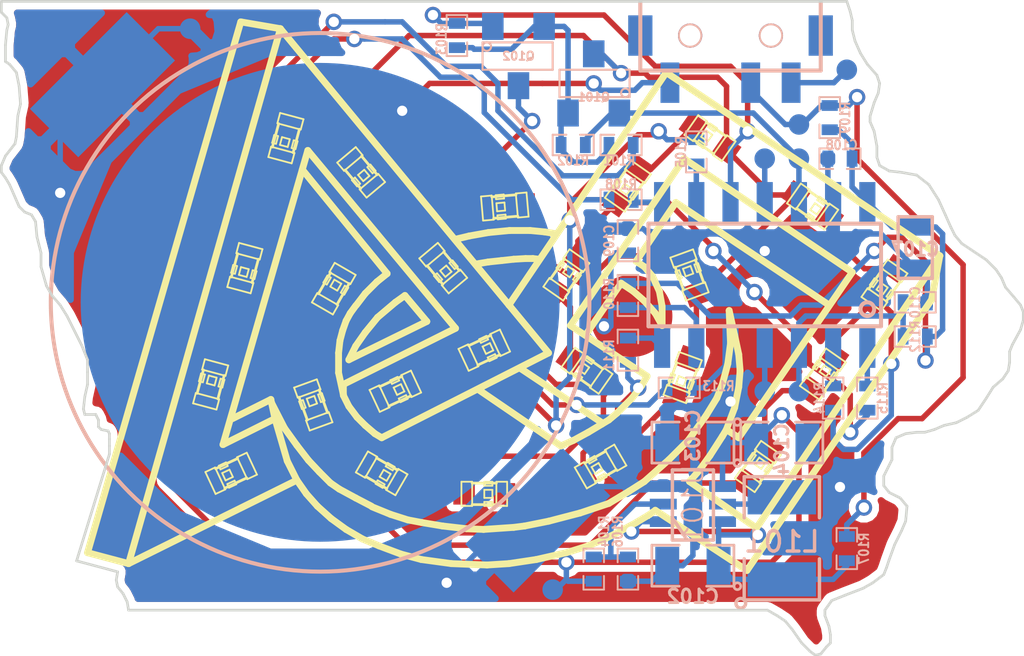
<source format=kicad_pcb>
(kicad_pcb (version 3) (host pcbnew "(2013-may-18)-stable")
  (layers (15 F.Cu signal hide) (0 B.Cu signal hide) (20 B.SilkS user hide) (21 F.SilkS user hide) (22 B.Mask user) (23 F.Mask user) (28 Edge.Cuts user))
  (net 0 "")
  (net 1 /BLUE0)
  (net 2 /BLUE1)
  (net 3 /BOOST_VSYS)
  (net 4 /CAPTOUCH)
  (net 5 /ICSPCLK)
  (net 6 /ICSPDAT)
  (net 7 /LED_V6P0)
  (net 8 /MCU_VSYS)
  (net 9 /RED0)
  (net 10 /RED1)
  (net 11 /RX)
  (net 12 /SEL0_ANODE)
  (net 13 /SEL1)
  (net 14 /SEL1_ANODE)
  (net 15 /V6P0)
  (net 16 /VBATT)
  (net 17 /VEXT)
  (net 18 /VSYS)
  (net 19 /WHITE0)
  (net 20 /WHITE1)
  (net 21 /nMCLR)
  (net 22 GND)
  (net 23 N-0000023)
  (net 24 N-0000024)
  (net 25 N-0000025)
  (net 26 N-0000026)
  (net 27 N-0000027)
  (net 28 N-0000028)
  (net 29 N-0000029)
  (net 30 N-0000030)
  (net 31 N-0000032)
  (net 32 N-0000033)
  (net 33 N-0000034)
  (net 34 N-0000035)
  (net 35 N-0000036)
  (net 36 N-0000037)
  (net 37 N-0000038)
  (net 38 N-0000039)
  (net 39 N-000004)
  (net 40 N-0000040)
  (net 41 N-0000041)
  (net 42 N-0000042)
  (module VENS_TP (layer B.Cu) (at 192.532 143.764)
    (fp_text reference TP106 hide)
    (fp_text value GND hide)
    (pad 1 smd circle (at 0 0) (size 0.762 0.762) (layers B.Cu B.Mask) (net 22 GND))
  )
  (module VENS_TP (layer B.Cu) (at 205.994 164.592)
    (fp_text reference TP101 hide)
    (fp_text value V6P0 hide)
    (pad 1 smd circle (at 0 0) (size 0.762 0.762) (layers B.Cu B.Mask) (net 15 /V6P0))
  )
  (module VENS_TP (layer B.Cu) (at 213.868 157.226)
    (fp_text reference TP108 hide)
    (fp_text value RX hide)
    (pad 1 smd circle (at 0 0) (size 0.762 0.762) (layers B.Cu B.Mask) (net 11 /RX))
  )
  (module VENS_TP (layer B.Cu) (at 215.138 147.32)
    (fp_text reference TP103 hide)
    (fp_text value VSYS hide)
    (pad 1 smd circle (at 0 0) (size 0.762 0.762) (layers B.Cu B.Mask) (net 18 /VSYS))
  )
  (module VENS_TP (layer B.Cu) (at 216.916 145.288)
    (fp_text reference TP102 hide)
    (fp_text value VEXT hide)
    (pad 1 smd circle (at 0 0) (size 0.762 0.762) (layers B.Cu B.Mask) (net 17 /VEXT))
  )
  (module VENS_TP (layer B.Cu) (at 215.138 157.226)
    (fp_text reference TP107 hide)
    (fp_text value nMCLR hide)
    (pad 1 smd circle (at 0 0) (size 0.762 0.762) (layers B.Cu B.Mask) (net 21 /nMCLR))
  )
  (module VENS_TP (layer B.Cu) (at 213.868 148.59)
    (fp_text reference TP105 hide)
    (fp_text value ICSPCLK hide)
    (pad 1 smd circle (at 0 0) (size 0.762 0.762) (layers B.Cu B.Mask) (net 5 /ICSPCLK))
  )
  (module VENS_TP (layer B.Cu) (at 215.138 148.59)
    (fp_text reference TP104 hide)
    (fp_text value ICSPDAT hide)
    (pad 1 smd circle (at 0 0) (size 0.762 0.762) (layers B.Cu B.Mask) (net 6 /ICSPDAT))
  )
  (module VENS_TI-DCK (layer B.Cu) (at 211.201 161.417 90)
    (fp_text reference U101 (at 0 0 90) (layer B.SilkS) (effects (font (size 0.762 0.762) (thickness 0.0762)) (justify mirror)))
    (fp_text value TPS61220 hide)
    (pad 6 smd rect (at -0.65 1.1 90) (size 0.4 1) (layers B.Cu B.Mask) (net 3 /BOOST_VSYS))
    (pad 5 smd rect (at 0 1.1 90) (size 0.4 1) (layers B.Cu B.Mask) (net 39 N-000004))
    (pad 4 smd rect (at 0.65 1.1 90) (size 0.4 1) (layers B.Cu B.Mask) (net 15 /V6P0))
    (pad 3 smd rect (at 0.65 -1.1 90) (size 0.4 1) (layers B.Cu B.Mask) (net 22 GND))
    (pad 2 smd rect (at 0 -1.1 90) (size 0.4 1) (layers B.Cu B.Mask) (net 42 N-0000042))
    (pad 1 smd rect (at -0.65 -1.1 90) (size 0.4 1) (layers B.Cu B.Mask) (net 3 /BOOST_VSYS))
  )
  (module VENS_SWITCH (layer B.Cu) (at 212.598 144.018)
    (fp_text reference SW101 hide)
    (fp_text value POWER hide)
    (pad 2 smd rect (at 0.75 1.75) (size 0.7 1.5) (layers B.Cu B.Mask) (net 18 /VSYS))
    (pad 3 smd rect (at 2.25 1.75) (size 0.7 1.5) (layers B.Cu B.Mask) (net 17 /VEXT))
    (pad 1 smd rect (at -2.25 1.75) (size 0.7 1.5) (layers B.Cu B.Mask) (net 16 /VBATT))
    (pad "" np_thru_hole circle (at 1.5 0) (size 0.9 0.9) (drill 0.762) (layers *.Cu *.Mask B.SilkS))
    (pad "" np_thru_hole circle (at -1.5 0) (size 0.9 0.9) (drill 0.762) (layers *.Cu *.Mask B.SilkS))
    (pad 4 smd rect (at 3.35 0) (size 0.9 1.5) (layers B.Cu B.Mask))
    (pad 5 smd rect (at -3.35 0) (size 0.9 1.5) (layers B.Cu B.Mask))
  )
  (module VENS_SOIC14 (layer B.Cu) (at 213.868 152.908 180)
    (fp_text reference U102 hide)
    (fp_text value PIC16LF1704 hide)
    (pad 1 smd rect (at -3.81 -2.7 180) (size 0.6 1.5) (layers B.Cu B.Mask) (net 2 /BLUE1))
    (pad 2 smd rect (at -2.54 -2.7 180) (size 0.6 1.5) (layers B.Cu B.Mask) (net 1 /BLUE0))
    (pad 3 smd rect (at -1.27 -2.7 180) (size 0.6 1.5) (layers B.Cu B.Mask) (net 21 /nMCLR))
    (pad 4 smd rect (at 0 -2.7 180) (size 0.6 1.5) (layers B.Cu B.Mask) (net 11 /RX))
    (pad 5 smd rect (at 1.27 -2.7 180) (size 0.6 1.5) (layers B.Cu B.Mask) (net 20 /WHITE1))
    (pad 6 smd rect (at 2.54 -2.7 180) (size 0.6 1.5) (layers B.Cu B.Mask) (net 4 /CAPTOUCH))
    (pad 7 smd rect (at 3.81 -2.7 180) (size 0.6 1.5) (layers B.Cu B.Mask) (net 19 /WHITE0))
    (pad 8 smd rect (at 3.81 2.7 180) (size 0.6 1.5) (layers B.Cu B.Mask) (net 10 /RED1))
    (pad 9 smd rect (at 2.54 2.7 180) (size 0.6 1.5) (layers B.Cu B.Mask) (net 9 /RED0))
    (pad 10 smd rect (at 1.27 2.7 180) (size 0.6 1.5) (layers B.Cu B.Mask) (net 13 /SEL1))
    (pad 11 smd rect (at 0 2.7 180) (size 0.6 1.5) (layers B.Cu B.Mask) (net 5 /ICSPCLK))
    (pad 12 smd rect (at -1.27 2.7 180) (size 0.6 1.5) (layers B.Cu B.Mask) (net 6 /ICSPDAT))
    (pad 13 smd rect (at -2.54 2.7 180) (size 0.6 1.5) (layers B.Cu B.Mask) (net 22 GND))
    (pad 14 smd rect (at -3.81 2.7 180) (size 0.6 1.5) (layers B.Cu B.Mask) (net 8 /MCU_VSYS))
  )
  (module VENS_CR2032 (layer B.Cu) (at 197.358 153.924 135)
    (fp_text reference B101 hide)
    (fp_text value CR2032 hide)
    (pad 2 smd rect (at 11.43 0 135) (size 2.54 5.08) (layers B.Cu B.Mask) (net 22 GND))
    (pad 2 smd rect (at -11.43 0 135) (size 2.54 5.08) (layers B.Cu B.Mask) (net 22 GND))
    (pad 1 smd circle (at 0 0 135) (size 17.78 17.78) (layers B.Cu B.Mask) (net 16 /VBATT))
  )
  (module SOT23 (layer B.Cu) (at 204.724 144.78)
    (fp_text reference Q102 (at 0 0) (layer B.SilkS) (effects (font (size 0.3048 0.3048) (thickness 0.07112)) (justify mirror)))
    (fp_text value BSS84 hide)
    (pad D smd rect (at 0 1.09982) (size 0.8001 1.00076) (layers B.Cu B.Mask) (net 14 /SEL1_ANODE))
    (pad S smd rect (at 0.9525 -1.09982) (size 0.8001 1.00076) (layers B.Cu B.Mask) (net 7 /LED_V6P0))
    (pad G smd rect (at -0.9525 -1.09982) (size 0.8001 1.00076) (layers B.Cu B.Mask) (net 13 /SEL1))
  )
  (module SOT23 (layer B.Cu) (at 207.518 145.796 180)
    (fp_text reference Q101 (at 0 -0.508 180) (layer B.SilkS) (effects (font (size 0.3048 0.3048) (thickness 0.07112)) (justify mirror)))
    (fp_text value BSS84 hide)
    (pad D smd rect (at 0 1.09982 180) (size 0.8001 1.00076) (layers B.Cu B.Mask) (net 12 /SEL0_ANODE))
    (pad S smd rect (at 0.9525 -1.09982 180) (size 0.8001 1.00076) (layers B.Cu B.Mask) (net 7 /LED_V6P0))
    (pad G smd rect (at -0.9525 -1.09982 180) (size 0.8001 1.00076) (layers B.Cu B.Mask) (net 6 /ICSPDAT))
  )
  (module SM1210 (layer B.Cu) (at 214.503 162.687 90)
    (fp_text reference L101 (at -0.127 0 360) (layer B.SilkS) (effects (font (size 0.762 0.762) (thickness 0.127)) (justify mirror)))
    (fp_text value 4.7uH hide)
    (pad 1 smd rect (at -1.524 0 90) (size 1.27 2.54) (layers B.Cu B.Mask) (net 3 /BOOST_VSYS))
    (pad 2 smd rect (at 1.524 0 90) (size 1.27 2.54) (layers B.Cu B.Mask) (net 39 N-000004))
  )
  (module SM0805 (layer B.Cu) (at 211.201 159.131 180)
    (fp_text reference C103 (at 0 0.254 270) (layer B.SilkS) (effects (font (size 0.50038 0.50038) (thickness 0.10922)) (justify mirror)))
    (fp_text value 10uF hide)
    (pad 1 smd rect (at -0.9525 0 180) (size 0.889 1.397) (layers B.Cu B.Mask) (net 15 /V6P0))
    (pad 2 smd rect (at 0.9525 0 180) (size 0.889 1.397) (layers B.Cu B.Mask) (net 22 GND))
  )
  (module SM0805 (layer B.Cu) (at 214.503 159.131)
    (fp_text reference C104 (at 0 0.254 90) (layer B.SilkS) (effects (font (size 0.50038 0.50038) (thickness 0.10922)) (justify mirror)))
    (fp_text value 10uF hide)
    (pad 1 smd rect (at -0.9525 0) (size 0.889 1.397) (layers B.Cu B.Mask) (net 15 /V6P0))
    (pad 2 smd rect (at 0.9525 0) (size 0.889 1.397) (layers B.Cu B.Mask) (net 22 GND))
  )
  (module SM0805 (layer B.Cu) (at 211.201 163.703 180)
    (fp_text reference C102 (at 0 -1.143 180) (layer B.SilkS) (effects (font (size 0.50038 0.50038) (thickness 0.10922)) (justify mirror)))
    (fp_text value 10uF hide)
    (pad 1 smd rect (at -0.9525 0 180) (size 0.889 1.397) (layers B.Cu B.Mask) (net 3 /BOOST_VSYS))
    (pad 2 smd rect (at 0.9525 0 180) (size 0.889 1.397) (layers B.Cu B.Mask) (net 22 GND))
  )
  (module SM0603 (layer B.Cu) (at 219.456 151.892 270)
    (fp_text reference C107 (at 0.0635 0 360) (layer B.SilkS) (effects (font (size 0.508 0.4572) (thickness 0.1143)) (justify mirror)))
    (fp_text value 4.7uF hide)
    (pad 1 smd rect (at -0.762 0 270) (size 0.635 1.143) (layers B.Cu B.Mask) (net 8 /MCU_VSYS))
    (pad 2 smd rect (at 0.762 0 270) (size 0.635 1.143) (layers B.Cu B.Mask) (net 22 GND))
  )
  (module SM0402 (layer B.Cu) (at 208.788 163.83 90)
    (fp_text reference R106 (at 1.397 -0.381 90) (layer B.SilkS) (effects (font (size 0.35052 0.3048) (thickness 0.07112)) (justify mirror)))
    (fp_text value 390kΩ hide)
    (pad 1 smd rect (at -0.44958 0 90) (size 0.39878 0.59944) (layers B.Cu B.Mask) (net 22 GND))
    (pad 2 smd rect (at 0.44958 0 90) (size 0.39878 0.59944) (layers B.Cu B.Mask) (net 42 N-0000042))
  )
  (module SM0402 (layer B.Cu) (at 210.693 157.099)
    (fp_text reference R113 (at 1.4605 -0.0635) (layer B.SilkS) (effects (font (size 0.35052 0.3048) (thickness 0.07112)) (justify mirror)))
    (fp_text value 620Ω hide)
    (pad 1 smd rect (at -0.44958 0) (size 0.39878 0.59944) (layers B.Cu B.Mask) (net 29 N-0000029))
    (pad 2 smd rect (at 0.44958 0) (size 0.39878 0.59944) (layers B.Cu B.Mask) (net 20 /WHITE1))
  )
  (module SM0402 (layer B.Cu) (at 217.678 157.48 90)
    (fp_text reference R115 (at 0 0.5715 90) (layer B.SilkS) (effects (font (size 0.35052 0.3048) (thickness 0.07112)) (justify mirror)))
    (fp_text value 620Ω hide)
    (pad 1 smd rect (at -0.44958 0 90) (size 0.39878 0.59944) (layers B.Cu B.Mask) (net 23 N-0000023))
    (pad 2 smd rect (at 0.44958 0 90) (size 0.39878 0.59944) (layers B.Cu B.Mask) (net 2 /BLUE1))
  )
  (module SM0402 (layer B.Cu) (at 208.788 151.638 90)
    (fp_text reference C109 (at 0 -0.6985 90) (layer B.SilkS) (effects (font (size 0.35052 0.3048) (thickness 0.07112)) (justify mirror)))
    (fp_text value 100nF hide)
    (pad 1 smd rect (at -0.44958 0 90) (size 0.39878 0.59944) (layers B.Cu B.Mask) (net 4 /CAPTOUCH))
    (pad 2 smd rect (at 0.44958 0 90) (size 0.39878 0.59944) (layers B.Cu B.Mask) (net 22 GND))
  )
  (module SM0402 (layer B.Cu) (at 207.518 163.83 270)
    (fp_text reference R104 (at -1.397 -0.381 270) (layer B.SilkS) (effects (font (size 0.35052 0.3048) (thickness 0.07112)) (justify mirror)))
    (fp_text value 4.3MΩ hide)
    (pad 1 smd rect (at -0.44958 0 270) (size 0.39878 0.59944) (layers B.Cu B.Mask) (net 42 N-0000042))
    (pad 2 smd rect (at 0.44958 0 270) (size 0.39878 0.59944) (layers B.Cu B.Mask) (net 15 /V6P0))
  )
  (module SM0402 (layer B.Cu) (at 208.534 148.082 180)
    (fp_text reference R101 (at 0.0635 -0.5715 180) (layer B.SilkS) (effects (font (size 0.35052 0.3048) (thickness 0.07112)) (justify mirror)))
    (fp_text value 0Ω hide)
    (pad 1 smd rect (at -0.44958 0 180) (size 0.39878 0.59944) (layers B.Cu B.Mask) (net 15 /V6P0))
    (pad 2 smd rect (at 0.44958 0 180) (size 0.39878 0.59944) (layers B.Cu B.Mask) (net 7 /LED_V6P0))
  )
  (module SM0402 (layer B.Cu) (at 208.788 153.67 90)
    (fp_text reference R110 (at 0.0635 -0.6985 90) (layer B.SilkS) (effects (font (size 0.35052 0.3048) (thickness 0.07112)) (justify mirror)))
    (fp_text value 1MΩ hide)
    (pad 1 smd rect (at -0.44958 0 90) (size 0.39878 0.59944) (layers B.Cu B.Mask) (net 4 /CAPTOUCH))
    (pad 2 smd rect (at 0.44958 0 90) (size 0.39878 0.59944) (layers B.Cu B.Mask) (net 8 /MCU_VSYS))
  )
  (module SM0402 (layer B.Cu) (at 216.916 163.068 270)
    (fp_text reference R107 (at 0 -0.635 270) (layer B.SilkS) (effects (font (size 0.35052 0.3048) (thickness 0.07112)) (justify mirror)))
    (fp_text value 0Ω hide)
    (pad 1 smd rect (at -0.44958 0 270) (size 0.39878 0.59944) (layers B.Cu B.Mask) (net 18 /VSYS))
    (pad 2 smd rect (at 0.44958 0 270) (size 0.39878 0.59944) (layers B.Cu B.Mask) (net 3 /BOOST_VSYS))
  )
  (module SM0402 (layer B.Cu) (at 216.281 147.066 90)
    (fp_text reference R109 (at 0 0.5715 90) (layer B.SilkS) (effects (font (size 0.35052 0.3048) (thickness 0.07112)) (justify mirror)))
    (fp_text value 0Ω hide)
    (pad 1 smd rect (at -0.44958 0 90) (size 0.39878 0.59944) (layers B.Cu B.Mask) (net 8 /MCU_VSYS))
    (pad 2 smd rect (at 0.44958 0 90) (size 0.39878 0.59944) (layers B.Cu B.Mask) (net 18 /VSYS))
  )
  (module SM0402 (layer B.Cu) (at 219.456 153.924 180)
    (fp_text reference C110 (at 0 0 270) (layer B.SilkS) (effects (font (size 0.35052 0.3048) (thickness 0.07112)) (justify mirror)))
    (fp_text value 220nF hide)
    (pad 1 smd rect (at -0.44958 0 180) (size 0.39878 0.59944) (layers B.Cu B.Mask) (net 22 GND))
    (pad 2 smd rect (at 0.44958 0 180) (size 0.39878 0.59944) (layers B.Cu B.Mask) (net 21 /nMCLR))
  )
  (module SM0402 (layer B.Cu) (at 219.456 155.194)
    (fp_text reference R112 (at 0 0 90) (layer B.SilkS) (effects (font (size 0.35052 0.3048) (thickness 0.07112)) (justify mirror)))
    (fp_text value 4.7kΩ hide)
    (pad 1 smd rect (at -0.44958 0) (size 0.39878 0.59944) (layers B.Cu B.Mask) (net 21 /nMCLR))
    (pad 2 smd rect (at 0.44958 0) (size 0.39878 0.59944) (layers B.Cu B.Mask) (net 8 /MCU_VSYS))
  )
  (module SM0402 (layer B.Cu) (at 216.662 148.59 180)
    (fp_text reference C108 (at -0.0635 0.508 180) (layer B.SilkS) (effects (font (size 0.35052 0.3048) (thickness 0.07112)) (justify mirror)))
    (fp_text value 100nF hide)
    (pad 1 smd rect (at -0.44958 0 180) (size 0.39878 0.59944) (layers B.Cu B.Mask) (net 8 /MCU_VSYS))
    (pad 2 smd rect (at 0.44958 0 180) (size 0.39878 0.59944) (layers B.Cu B.Mask) (net 22 GND))
  )
  (module SM0402 (layer B.Cu) (at 208.788 155.702 90)
    (fp_text reference R111 (at -0.1905 -0.6985 90) (layer B.SilkS) (effects (font (size 0.35052 0.3048) (thickness 0.07112)) (justify mirror)))
    (fp_text value 620Ω hide)
    (pad 1 smd rect (at -0.44958 0 90) (size 0.39878 0.59944) (layers B.Cu B.Mask) (net 31 N-0000032))
    (pad 2 smd rect (at 0.44958 0 90) (size 0.39878 0.59944) (layers B.Cu B.Mask) (net 19 /WHITE0))
  )
  (module SM0402 (layer B.Cu) (at 208.534 150.114)
    (fp_text reference R108 (at 0 -0.5715) (layer B.SilkS) (effects (font (size 0.35052 0.3048) (thickness 0.07112)) (justify mirror)))
    (fp_text value 420Ω hide)
    (pad 1 smd rect (at -0.44958 0) (size 0.39878 0.59944) (layers B.Cu B.Mask) (net 33 N-0000034))
    (pad 2 smd rect (at 0.44958 0) (size 0.39878 0.59944) (layers B.Cu B.Mask) (net 10 /RED1))
  )
  (module SM0402 (layer B.Cu) (at 206.756 148.082 180)
    (fp_text reference R102 (at 0 -0.5715 180) (layer B.SilkS) (effects (font (size 0.35052 0.3048) (thickness 0.07112)) (justify mirror)))
    (fp_text value 1MΩ hide)
    (pad 1 smd rect (at -0.44958 0 180) (size 0.39878 0.59944) (layers B.Cu B.Mask) (net 6 /ICSPDAT))
    (pad 2 smd rect (at 0.44958 0 180) (size 0.39878 0.59944) (layers B.Cu B.Mask) (net 7 /LED_V6P0))
  )
  (module SM0402 (layer B.Cu) (at 216.408 157.48 90)
    (fp_text reference R114 (at 0 -0.508 90) (layer B.SilkS) (effects (font (size 0.35052 0.3048) (thickness 0.07112)) (justify mirror)))
    (fp_text value 620Ω hide)
    (pad 1 smd rect (at -0.44958 0 90) (size 0.39878 0.59944) (layers B.Cu B.Mask) (net 25 N-0000025))
    (pad 2 smd rect (at 0.44958 0 90) (size 0.39878 0.59944) (layers B.Cu B.Mask) (net 1 /BLUE0))
  )
  (module SM0402 (layer B.Cu) (at 202.438 144.018 270)
    (fp_text reference R103 (at 0.127 0.5715 270) (layer B.SilkS) (effects (font (size 0.35052 0.3048) (thickness 0.07112)) (justify mirror)))
    (fp_text value 1MΩ hide)
    (pad 1 smd rect (at -0.44958 0 270) (size 0.39878 0.59944) (layers B.Cu B.Mask) (net 13 /SEL1))
    (pad 2 smd rect (at 0.44958 0 270) (size 0.39878 0.59944) (layers B.Cu B.Mask) (net 7 /LED_V6P0))
  )
  (module SM0402 (layer B.Cu) (at 211.328 148.336 270)
    (fp_text reference R105 (at 0 0.5715 270) (layer B.SilkS) (effects (font (size 0.35052 0.3048) (thickness 0.07112)) (justify mirror)))
    (fp_text value 420Ω hide)
    (pad 1 smd rect (at -0.44958 0 270) (size 0.39878 0.59944) (layers B.Cu B.Mask) (net 36 N-0000037))
    (pad 2 smd rect (at 0.44958 0 270) (size 0.39878 0.59944) (layers B.Cu B.Mask) (net 9 /RED0))
  )
  (module LED-0603 (layer F.Cu) (at 210.82 156.718 250)
    (fp_text reference D110 hide)
    (fp_text value WHITE hide)
    (pad 1 smd rect (at -0.7493 0 250) (size 0.79756 0.79756) (layers F.Cu F.Mask) (net 12 /SEL0_ANODE))
    (pad 2 smd rect (at 0.7493 0 250) (size 0.79756 0.79756) (layers F.Cu F.Mask) (net 40 N-0000040))
  )
  (module LED-0603 (layer F.Cu) (at 201.93 152.654 310)
    (fp_text reference D101 hide)
    (fp_text value RED hide)
    (pad 1 smd rect (at -0.7493 0 310) (size 0.79756 0.79756) (layers F.Cu F.Mask) (net 41 N-0000041))
    (pad 2 smd rect (at 0.7493 0 310) (size 0.79756 0.79756) (layers F.Cu F.Mask) (net 36 N-0000037))
  )
  (module LED-0603 (layer F.Cu) (at 194.056 160.274 205)
    (fp_text reference D108 hide)
    (fp_text value RED hide)
    (pad 1 smd rect (at -0.7493 0 205) (size 0.79756 0.79756) (layers F.Cu F.Mask) (net 14 /SEL1_ANODE))
    (pad 2 smd rect (at 0.7493 0 205) (size 0.79756 0.79756) (layers F.Cu F.Mask) (net 34 N-0000035))
  )
  (module LED-0603 (layer F.Cu) (at 193.294 156.972 75)
    (fp_text reference D107 hide)
    (fp_text value RED hide)
    (pad 1 smd rect (at -0.7493 0 75) (size 0.79756 0.79756) (layers F.Cu F.Mask) (net 34 N-0000035))
    (pad 2 smd rect (at 0.7493 0 75) (size 0.79756 0.79756) (layers F.Cu F.Mask) (net 33 N-0000034))
  )
  (module LED-0603 (layer F.Cu) (at 196.088 147.828 255)
    (fp_text reference D106 hide)
    (fp_text value RED hide)
    (pad 1 smd rect (at -0.7493 0 255) (size 0.79756 0.79756) (layers F.Cu F.Mask) (net 12 /SEL0_ANODE))
    (pad 2 smd rect (at 0.7493 0 255) (size 0.79756 0.79756) (layers F.Cu F.Mask) (net 35 N-0000036))
  )
  (module LED-0603 (layer F.Cu) (at 194.564 152.654 255)
    (fp_text reference D105 hide)
    (fp_text value RED hide)
    (pad 1 smd rect (at -0.7493 0 255) (size 0.79756 0.79756) (layers F.Cu F.Mask) (net 35 N-0000036))
    (pad 2 smd rect (at 0.7493 0 255) (size 0.79756 0.79756) (layers F.Cu F.Mask) (net 33 N-0000034))
  )
  (module LED-0603 (layer F.Cu) (at 200.152 157.226 25)
    (fp_text reference D104 hide)
    (fp_text value RED hide)
    (pad 1 smd rect (at -0.7493 0 25) (size 0.79756 0.79756) (layers F.Cu F.Mask) (net 14 /SEL1_ANODE))
    (pad 2 smd rect (at 0.7493 0 25) (size 0.79756 0.79756) (layers F.Cu F.Mask) (net 37 N-0000038))
  )
  (module LED-0603 (layer F.Cu) (at 203.454 155.702 25)
    (fp_text reference D103 hide)
    (fp_text value RED hide)
    (pad 1 smd rect (at -0.7493 0 25) (size 0.79756 0.79756) (layers F.Cu F.Mask) (net 37 N-0000038))
    (pad 2 smd rect (at 0.7493 0 25) (size 0.79756 0.79756) (layers F.Cu F.Mask) (net 36 N-0000037))
  )
  (module LED-0603 (layer F.Cu) (at 218.313 153.289 235)
    (fp_text reference D117 hide)
    (fp_text value BLUE hide)
    (pad 1 smd rect (at -0.7493 0 235) (size 0.79756 0.79756) (layers F.Cu F.Mask) (net 38 N-0000039))
    (pad 2 smd rect (at 0.7493 0 235) (size 0.79756 0.79756) (layers F.Cu F.Mask) (net 25 N-0000025))
  )
  (module LED-0603 (layer F.Cu) (at 207.772 160.02 210)
    (fp_text reference D109 hide)
    (fp_text value WHITE hide)
    (pad 1 smd rect (at -0.7493 0 210) (size 0.79756 0.79756) (layers F.Cu F.Mask) (net 40 N-0000040))
    (pad 2 smd rect (at 0.7493 0 210) (size 0.79756 0.79756) (layers F.Cu F.Mask) (net 31 N-0000032))
  )
  (module LED-0603 (layer F.Cu) (at 198.882 149.098 310)
    (fp_text reference D102 hide)
    (fp_text value RED hide)
    (pad 1 smd rect (at -0.7493 0 310) (size 0.79756 0.79756) (layers F.Cu F.Mask) (net 12 /SEL0_ANODE))
    (pad 2 smd rect (at 0.7493 0 310) (size 0.79756 0.79756) (layers F.Cu F.Mask) (net 41 N-0000041))
  )
  (module LED-0603 (layer F.Cu) (at 203.454 161.036)
    (fp_text reference D111 hide)
    (fp_text value WHITE hide)
    (pad 1 smd rect (at -0.7493 0) (size 0.79756 0.79756) (layers F.Cu F.Mask) (net 32 N-0000033))
    (pad 2 smd rect (at 0.7493 0) (size 0.79756 0.79756) (layers F.Cu F.Mask) (net 31 N-0000032))
  )
  (module LED-0603 (layer F.Cu) (at 199.644 160.274 330)
    (fp_text reference D112 hide)
    (fp_text value WHITE hide)
    (pad 1 smd rect (at -0.7493 0 330) (size 0.79756 0.79756) (layers F.Cu F.Mask) (net 14 /SEL1_ANODE))
    (pad 2 smd rect (at 0.7493 0 330) (size 0.79756 0.79756) (layers F.Cu F.Mask) (net 32 N-0000033))
  )
  (module LED-0603 (layer F.Cu) (at 204.216 150.368 185)
    (fp_text reference D113 hide)
    (fp_text value WHITE hide)
    (pad 1 smd rect (at -0.7493 0 185) (size 0.79756 0.79756) (layers F.Cu F.Mask) (net 30 N-0000030))
    (pad 2 smd rect (at 0.7493 0 185) (size 0.79756 0.79756) (layers F.Cu F.Mask) (net 29 N-0000029))
  )
  (module LED-0603 (layer F.Cu) (at 211.074 152.908 110)
    (fp_text reference D114 hide)
    (fp_text value WHITE hide)
    (pad 1 smd rect (at -0.7493 0 110) (size 0.79756 0.79756) (layers F.Cu F.Mask) (net 12 /SEL0_ANODE))
    (pad 2 smd rect (at 0.7493 0 110) (size 0.79756 0.79756) (layers F.Cu F.Mask) (net 30 N-0000030))
  )
  (module LED-0603 (layer F.Cu) (at 197.866 153.416 60)
    (fp_text reference D115 hide)
    (fp_text value WHITE hide)
    (pad 1 smd rect (at -0.7493 0 60) (size 0.79756 0.79756) (layers F.Cu F.Mask) (net 28 N-0000028))
    (pad 2 smd rect (at 0.7493 0 60) (size 0.79756 0.79756) (layers F.Cu F.Mask) (net 29 N-0000029))
  )
  (module LED-0603 (layer F.Cu) (at 197.104 157.734 110)
    (fp_text reference D116 hide)
    (fp_text value WHITE hide)
    (pad 1 smd rect (at -0.7493 0 110) (size 0.79756 0.79756) (layers F.Cu F.Mask) (net 14 /SEL1_ANODE))
    (pad 2 smd rect (at 0.7493 0 110) (size 0.79756 0.79756) (layers F.Cu F.Mask) (net 28 N-0000028))
  )
  (module LED-0603 (layer F.Cu) (at 215.646 150.368 325)
    (fp_text reference D118 hide)
    (fp_text value BLUE hide)
    (pad 1 smd rect (at -0.7493 0 325) (size 0.79756 0.79756) (layers F.Cu F.Mask) (net 12 /SEL0_ANODE))
    (pad 2 smd rect (at 0.7493 0 325) (size 0.79756 0.79756) (layers F.Cu F.Mask) (net 38 N-0000039))
  )
  (module LED-0603 (layer F.Cu) (at 216.027 156.591 55)
    (fp_text reference D119 hide)
    (fp_text value BLUE hide)
    (pad 1 smd rect (at -0.7493 0 55) (size 0.79756 0.79756) (layers F.Cu F.Mask) (net 26 N-0000026))
    (pad 2 smd rect (at 0.7493 0 55) (size 0.79756 0.79756) (layers F.Cu F.Mask) (net 25 N-0000025))
  )
  (module LED-0603 (layer F.Cu) (at 213.614 160.02 55)
    (fp_text reference D120 hide)
    (fp_text value BLUE hide)
    (pad 1 smd rect (at -0.7493 0 55) (size 0.79756 0.79756) (layers F.Cu F.Mask) (net 14 /SEL1_ANODE))
    (pad 2 smd rect (at 0.7493 0 55) (size 0.79756 0.79756) (layers F.Cu F.Mask) (net 26 N-0000026))
  )
  (module LED-0603 (layer F.Cu) (at 208.788 149.606 235)
    (fp_text reference D121 hide)
    (fp_text value BLUE hide)
    (pad 1 smd rect (at -0.7493 0 235) (size 0.79756 0.79756) (layers F.Cu F.Mask) (net 24 N-0000024))
    (pad 2 smd rect (at 0.7493 0 235) (size 0.79756 0.79756) (layers F.Cu F.Mask) (net 23 N-0000023))
  )
  (module LED-0603 (layer F.Cu) (at 211.836 147.828 145)
    (fp_text reference D122 hide)
    (fp_text value BLUE hide)
    (pad 1 smd rect (at -0.7493 0 145) (size 0.79756 0.79756) (layers F.Cu F.Mask) (net 12 /SEL0_ANODE))
    (pad 2 smd rect (at 0.7493 0 145) (size 0.79756 0.79756) (layers F.Cu F.Mask) (net 24 N-0000024))
  )
  (module LED-0603 (layer F.Cu) (at 206.502 152.908 55)
    (fp_text reference D123 hide)
    (fp_text value BLUE hide)
    (pad 1 smd rect (at -0.7493 0 55) (size 0.79756 0.79756) (layers F.Cu F.Mask) (net 27 N-0000027))
    (pad 2 smd rect (at 0.7493 0 55) (size 0.79756 0.79756) (layers F.Cu F.Mask) (net 23 N-0000023))
  )
  (module LED-0603 (layer F.Cu) (at 207.264 156.464 145)
    (fp_text reference D124 hide)
    (fp_text value BLUE hide)
    (pad 1 smd rect (at -0.7493 0 145) (size 0.79756 0.79756) (layers F.Cu F.Mask) (net 14 /SEL1_ANODE))
    (pad 2 smd rect (at 0.7493 0 145) (size 0.79756 0.79756) (layers F.Cu F.Mask) (net 27 N-0000027))
  )
  (module cap_touch (layer F.Cu) (at 208.915 154.432)
    (fp_text reference C106 hide)
    (fp_text value TOUCH hide)
    (pad 1 smd circle (at 0 0) (size 3.048 3.048) (layers F.Cu) (net 4 /CAPTOUCH))
  )
  (gr_line (start 199.8472 152.8572) (end 196.6976 148.9964) (angle 90) (layer F.SilkS) (width 0.254))
  (gr_line (start 205.6892 151.3078) (end 206.1464 151.384) (angle 90) (layer F.SilkS) (width 0.254))
  (gr_line (start 205.1558 151.257) (end 205.6892 151.3078) (angle 90) (layer F.SilkS) (width 0.254))
  (gr_line (start 204.3938 151.257) (end 205.1558 151.257) (angle 90) (layer F.SilkS) (width 0.254))
  (gr_line (start 203.6064 151.3332) (end 204.3938 151.257) (angle 90) (layer F.SilkS) (width 0.254))
  (gr_line (start 202.8952 151.4602) (end 203.6064 151.3332) (angle 90) (layer F.SilkS) (width 0.254))
  (gr_line (start 202.3618 151.5872) (end 202.8952 151.4602) (angle 90) (layer F.SilkS) (width 0.254))
  (gr_line (start 205.2574 152.2984) (end 205.486 152.3238) (angle 90) (layer F.SilkS) (width 0.254))
  (gr_line (start 205.0034 152.2984) (end 205.2574 152.2984) (angle 90) (layer F.SilkS) (width 0.254))
  (gr_line (start 204.5462 152.3238) (end 204.978 152.2984) (angle 90) (layer F.SilkS) (width 0.254))
  (gr_line (start 204.089 152.3746) (end 204.5462 152.3238) (angle 90) (layer F.SilkS) (width 0.254))
  (gr_line (start 203.6064 152.4254) (end 204.089 152.3746) (angle 90) (layer F.SilkS) (width 0.254))
  (gr_line (start 203.1492 152.5016) (end 203.6064 152.4254) (angle 90) (layer F.SilkS) (width 0.254))
  (gr_line (start 198.0438 156.5402) (end 198.2216 157.353) (angle 90) (layer F.SilkS) (width 0.254))
  (gr_line (start 198.0438 155.8036) (end 198.0438 156.5402) (angle 90) (layer F.SilkS) (width 0.254))
  (gr_line (start 198.0946 155.3464) (end 198.0438 155.8036) (angle 90) (layer F.SilkS) (width 0.254))
  (gr_line (start 198.1962 154.9654) (end 198.0946 155.3464) (angle 90) (layer F.SilkS) (width 0.254))
  (gr_line (start 198.4756 154.3304) (end 198.6788 154.051) (angle 90) (layer F.SilkS) (width 0.254))
  (gr_line (start 198.3232 154.6098) (end 198.4756 154.3304) (angle 90) (layer F.SilkS) (width 0.254))
  (gr_line (start 198.1962 154.9654) (end 198.3232 154.6098) (angle 90) (layer F.SilkS) (width 0.254))
  (gr_line (start 199.4662 153.162) (end 199.8472 152.8572) (angle 90) (layer F.SilkS) (width 0.254))
  (gr_line (start 199.0344 153.5938) (end 199.4662 153.162) (angle 90) (layer F.SilkS) (width 0.254))
  (gr_line (start 198.7042 154.0256) (end 199.0344 153.5938) (angle 90) (layer F.SilkS) (width 0.254))
  (gr_line (start 210.2104 145.3896) (end 204.3684 154.0256) (angle 90) (layer F.SilkS) (width 0.254))
  (gr_line (start 220.3704 152.1968) (end 210.2104 145.3896) (angle 90) (layer F.SilkS) (width 0.254))
  (gr_line (start 198.6788 161.1884) (end 199.263 161.4932) (angle 90) (layer F.SilkS) (width 0.254))
  (gr_line (start 198.0692 160.8582) (end 198.6788 161.1884) (angle 90) (layer F.SilkS) (width 0.254))
  (gr_line (start 197.739 160.6296) (end 198.0692 160.8582) (angle 90) (layer F.SilkS) (width 0.254))
  (gr_line (start 199.9742 161.798) (end 199.2884 161.5186) (angle 90) (layer F.SilkS) (width 0.254))
  (gr_line (start 200.6092 162.0012) (end 199.9742 161.798) (angle 90) (layer F.SilkS) (width 0.254))
  (gr_line (start 201.1426 162.1028) (end 200.6092 162.0012) (angle 90) (layer F.SilkS) (width 0.254))
  (gr_line (start 201.9046 162.2298) (end 201.1426 162.1028) (angle 90) (layer F.SilkS) (width 0.254))
  (gr_line (start 202.7936 162.3314) (end 201.9046 162.2298) (angle 90) (layer F.SilkS) (width 0.254))
  (gr_line (start 203.4286 162.3568) (end 202.7936 162.3314) (angle 90) (layer F.SilkS) (width 0.254))
  (gr_line (start 204.9526 162.2298) (end 205.8416 162.052) (angle 90) (layer F.SilkS) (width 0.254))
  (gr_line (start 204.5462 162.2806) (end 204.9526 162.2298) (angle 90) (layer F.SilkS) (width 0.254))
  (gr_line (start 203.4286 162.3568) (end 204.5462 162.2806) (angle 90) (layer F.SilkS) (width 0.254))
  (gr_line (start 197.3326 160.2232) (end 197.739 160.6296) (angle 90) (layer F.SilkS) (width 0.254))
  (gr_line (start 196.9262 159.7914) (end 197.3326 160.2232) (angle 90) (layer F.SilkS) (width 0.254))
  (gr_line (start 196.4944 159.2326) (end 196.9262 159.7914) (angle 90) (layer F.SilkS) (width 0.254))
  (gr_line (start 196.0372 158.5976) (end 196.4944 159.2326) (angle 90) (layer F.SilkS) (width 0.254))
  (gr_line (start 195.5038 157.5562) (end 196.0372 158.5976) (angle 90) (layer F.SilkS) (width 0.254))
  (gr_line (start 207.01 161.7472) (end 205.8416 162.052) (angle 90) (layer F.SilkS) (width 0.254))
  (gr_line (start 208.0768 161.3916) (end 207.01 161.7472) (angle 90) (layer F.SilkS) (width 0.254))
  (gr_line (start 208.8388 160.9344) (end 208.0768 161.3916) (angle 90) (layer F.SilkS) (width 0.254))
  (gr_line (start 209.3976 160.5788) (end 208.8388 160.9344) (angle 90) (layer F.SilkS) (width 0.254))
  (gr_line (start 210.312 159.766) (end 209.3976 160.5788) (angle 90) (layer F.SilkS) (width 0.254))
  (gr_line (start 211.0232 159.0548) (end 210.312 159.766) (angle 90) (layer F.SilkS) (width 0.254))
  (gr_line (start 211.6836 158.1404) (end 211.0232 159.0548) (angle 90) (layer F.SilkS) (width 0.254))
  (gr_line (start 212.09 157.48) (end 211.6836 158.1404) (angle 90) (layer F.SilkS) (width 0.254))
  (gr_line (start 212.2932 156.972) (end 212.09 157.48) (angle 90) (layer F.SilkS) (width 0.254))
  (gr_line (start 212.4964 156.21) (end 212.2932 156.972) (angle 90) (layer F.SilkS) (width 0.254))
  (gr_line (start 212.598 155.448) (end 212.4964 156.21) (angle 90) (layer F.SilkS) (width 0.254))
  (gr_line (start 212.5472 154.2288) (end 212.598 155.448) (angle 90) (layer F.SilkS) (width 0.254))
  (gr_line (start 212.7504 157.8356) (end 212.4456 158.6484) (angle 90) (layer F.SilkS) (width 0.254))
  (gr_line (start 212.9028 157.0736) (end 212.7504 157.8356) (angle 90) (layer F.SilkS) (width 0.254))
  (gr_line (start 212.9536 156.464) (end 212.9028 157.0736) (angle 90) (layer F.SilkS) (width 0.254))
  (gr_line (start 212.9028 155.8544) (end 212.9536 156.464) (angle 90) (layer F.SilkS) (width 0.254))
  (gr_line (start 212.7504 155.1432) (end 212.9028 155.8544) (angle 90) (layer F.SilkS) (width 0.254))
  (gr_line (start 212.5472 154.2288) (end 212.7504 155.1432) (angle 90) (layer F.SilkS) (width 0.254))
  (gr_line (start 210.566 150.2156) (end 216.2556 154.0256) (angle 90) (layer F.SilkS) (width 0.254))
  (gr_line (start 209.0928 152.4) (end 210.566 150.2156) (angle 90) (layer F.SilkS) (width 0.254))
  (gr_line (start 209.3976 152.6032) (end 209.0928 152.4) (angle 90) (layer F.SilkS) (width 0.254))
  (gr_line (start 209.7024 152.9588) (end 209.3976 152.6032) (angle 90) (layer F.SilkS) (width 0.254))
  (gr_line (start 209.9564 153.5176) (end 209.7024 152.9588) (angle 90) (layer F.SilkS) (width 0.254))
  (gr_line (start 210.058 154.0764) (end 209.9564 153.5176) (angle 90) (layer F.SilkS) (width 0.254))
  (gr_line (start 210.058 154.7876) (end 210.058 154.0764) (angle 90) (layer F.SilkS) (width 0.254))
  (gr_line (start 208.534 153.2128) (end 207.2132 155.1432) (angle 90) (layer F.SilkS) (width 0.254))
  (gr_line (start 208.9912 153.5176) (end 208.534 153.2128) (angle 90) (layer F.SilkS) (width 0.254))
  (gr_line (start 209.3976 153.8732) (end 208.9912 153.5176) (angle 90) (layer F.SilkS) (width 0.254))
  (gr_line (start 209.804 154.3304) (end 209.3976 153.8732) (angle 90) (layer F.SilkS) (width 0.254))
  (gr_line (start 210.058 154.7876) (end 209.804 154.3304) (angle 90) (layer F.SilkS) (width 0.254))
  (gr_line (start 204.7748 156.3624) (end 207.8228 158.3944) (angle 90) (layer F.SilkS) (width 0.254))
  (gr_line (start 206.2988 159.258) (end 203.2508 157.1752) (angle 90) (layer F.SilkS) (width 0.254))
  (gr_line (start 206.756 159.0548) (end 206.2988 159.258) (angle 90) (layer F.SilkS) (width 0.254))
  (gr_line (start 207.3148 158.75) (end 206.756 159.0548) (angle 90) (layer F.SilkS) (width 0.254))
  (gr_line (start 207.8228 158.4452) (end 207.3148 158.75) (angle 90) (layer F.SilkS) (width 0.254))
  (gr_line (start 208.0768 158.2928) (end 207.8228 158.4452) (angle 90) (layer F.SilkS) (width 0.254))
  (gr_line (start 208.3816 158.0388) (end 208.0768 158.2928) (angle 90) (layer F.SilkS) (width 0.254))
  (gr_line (start 208.6864 157.734) (end 208.3816 158.0388) (angle 90) (layer F.SilkS) (width 0.254))
  (gr_line (start 208.9404 157.48) (end 208.6864 157.734) (angle 90) (layer F.SilkS) (width 0.254))
  (gr_line (start 209.296 157.0228) (end 208.9404 157.48) (angle 90) (layer F.SilkS) (width 0.254))
  (gr_line (start 209.4992 156.6672) (end 209.296 157.0228) (angle 90) (layer F.SilkS) (width 0.254))
  (gr_line (start 206.6544 154.7876) (end 209.4992 156.6672) (angle 90) (layer F.SilkS) (width 0.254))
  (gr_line (start 210.8708 148.59) (end 206.6544 154.7876) (angle 90) (layer F.SilkS) (width 0.254))
  (gr_line (start 217.1192 152.8064) (end 210.8708 148.59) (angle 90) (layer F.SilkS) (width 0.254))
  (gr_line (start 212.9028 158.9532) (end 217.1192 152.8064) (angle 90) (layer F.SilkS) (width 0.254))
  (gr_line (start 212.4456 158.6484) (end 212.9028 158.9532) (angle 90) (layer F.SilkS) (width 0.254))
  (gr_line (start 212.2932 158.9024) (end 212.4456 158.6484) (angle 90) (layer F.SilkS) (width 0.254))
  (gr_line (start 211.836 159.6136) (end 212.2932 158.9024) (angle 90) (layer F.SilkS) (width 0.254))
  (gr_line (start 211.4296 160.1724) (end 211.836 159.6136) (angle 90) (layer F.SilkS) (width 0.254))
  (gr_line (start 211.074 160.5788) (end 211.4296 160.1724) (angle 90) (layer F.SilkS) (width 0.254))
  (gr_line (start 213.5632 162.306) (end 211.074 160.5788) (angle 90) (layer F.SilkS) (width 0.254))
  (gr_line (start 220.3704 152.1968) (end 213.5632 162.306) (angle 90) (layer F.SilkS) (width 0.254))
  (gr_line (start 220.0656 153.8224) (end 220.3704 152.1968) (angle 90) (layer F.SilkS) (width 0.254))
  (gr_line (start 213.2076 163.8808) (end 220.0656 153.8224) (angle 90) (layer F.SilkS) (width 0.254))
  (gr_line (start 209.804 161.6456) (end 213.2076 163.8808) (angle 90) (layer F.SilkS) (width 0.254))
  (gr_line (start 209.6008 161.798) (end 209.804 161.6456) (angle 90) (layer F.SilkS) (width 0.254))
  (gr_line (start 209.0928 162.1028) (end 209.6008 161.798) (angle 90) (layer F.SilkS) (width 0.254))
  (gr_line (start 208.534 162.4076) (end 209.0928 162.1028) (angle 90) (layer F.SilkS) (width 0.254))
  (gr_line (start 207.9244 162.7124) (end 208.534 162.4076) (angle 90) (layer F.SilkS) (width 0.254))
  (gr_line (start 207.3148 162.9664) (end 207.9244 162.7124) (angle 90) (layer F.SilkS) (width 0.254))
  (gr_line (start 206.502 163.2204) (end 207.3148 162.9664) (angle 90) (layer F.SilkS) (width 0.254))
  (gr_line (start 205.3844 163.4744) (end 206.502 163.2204) (angle 90) (layer F.SilkS) (width 0.254))
  (gr_line (start 204.3684 163.6268) (end 205.3844 163.4744) (angle 90) (layer F.SilkS) (width 0.254))
  (gr_line (start 203.5556 163.6776) (end 204.3684 163.6268) (angle 90) (layer F.SilkS) (width 0.254))
  (gr_line (start 202.2348 163.6268) (end 203.5556 163.6776) (angle 90) (layer F.SilkS) (width 0.254))
  (gr_line (start 201.1172 163.4744) (end 202.2348 163.6268) (angle 90) (layer F.SilkS) (width 0.254))
  (gr_line (start 200.3552 163.2712) (end 201.1172 163.4744) (angle 90) (layer F.SilkS) (width 0.254))
  (gr_line (start 199.5424 162.9664) (end 200.3552 163.2712) (angle 90) (layer F.SilkS) (width 0.254))
  (gr_line (start 198.9328 162.7124) (end 199.5424 162.9664) (angle 90) (layer F.SilkS) (width 0.254))
  (gr_line (start 198.3232 162.3568) (end 198.9328 162.7124) (angle 90) (layer F.SilkS) (width 0.254))
  (gr_line (start 197.7644 161.9504) (end 198.3232 162.3568) (angle 90) (layer F.SilkS) (width 0.254))
  (gr_line (start 197.2564 161.4932) (end 197.7644 161.9504) (angle 90) (layer F.SilkS) (width 0.254))
  (gr_line (start 196.85 161.036) (end 197.2564 161.4932) (angle 90) (layer F.SilkS) (width 0.254))
  (gr_line (start 196.4944 160.528) (end 196.85 161.036) (angle 90) (layer F.SilkS) (width 0.254))
  (gr_line (start 196.1388 159.8168) (end 196.4944 160.528) (angle 90) (layer F.SilkS) (width 0.254))
  (gr_line (start 195.6816 158.242) (end 196.1388 159.8168) (angle 90) (layer F.SilkS) (width 0.254))
  (gr_line (start 195.5292 157.5308) (end 195.6816 158.242) (angle 90) (layer F.SilkS) (width 0.254))
  (gr_line (start 199.39 158.8008) (end 199.644 158.9532) (angle 90) (layer F.SilkS) (width 0.254))
  (gr_line (start 199.0344 158.496) (end 199.39 158.8008) (angle 90) (layer F.SilkS) (width 0.254))
  (gr_line (start 198.7296 158.1912) (end 199.0344 158.496) (angle 90) (layer F.SilkS) (width 0.254))
  (gr_line (start 198.4248 157.7848) (end 198.7296 158.1912) (angle 90) (layer F.SilkS) (width 0.254))
  (gr_line (start 198.2216 157.3784) (end 198.4248 157.7848) (angle 90) (layer F.SilkS) (width 0.254))
  (gr_line (start 198.2216 156.972) (end 198.2216 157.3784) (angle 90) (layer F.SilkS) (width 0.254))
  (gr_line (start 200.5076 153.67) (end 201.3204 154.6352) (angle 90) (layer F.SilkS) (width 0.254))
  (gr_line (start 200.152 153.924) (end 200.5076 153.67) (angle 90) (layer F.SilkS) (width 0.254))
  (gr_line (start 199.4916 154.4828) (end 200.152 153.924) (angle 90) (layer F.SilkS) (width 0.254))
  (gr_line (start 199.0344 155.0416) (end 199.4916 154.4828) (angle 90) (layer F.SilkS) (width 0.254))
  (gr_line (start 198.6788 155.5496) (end 199.0344 155.0416) (angle 90) (layer F.SilkS) (width 0.254))
  (gr_line (start 198.4248 156.0576) (end 198.6788 155.5496) (angle 90) (layer F.SilkS) (width 0.254))
  (gr_line (start 195.5292 157.5308) (end 194.1068 158.242) (angle 90) (layer F.SilkS) (width 0.254))
  (gr_line (start 201.3204 154.6352) (end 198.4248 156.0576) (angle 90) (layer F.SilkS) (width 0.254))
  (gr_line (start 195.6816 158.242) (end 193.7512 159.2072) (angle 90) (layer F.SilkS) (width 0.254))
  (gr_line (start 202.3872 154.8892) (end 198.2216 156.972) (angle 90) (layer F.SilkS) (width 0.254))
  (gr_line (start 196.9008 148.2852) (end 202.3872 154.8892) (angle 90) (layer F.SilkS) (width 0.254))
  (gr_line (start 193.7512 159.2072) (end 196.9008 148.2852) (angle 90) (layer F.SilkS) (width 0.254))
  (gr_line (start 205.8416 155.8036) (end 199.644 158.9532) (angle 90) (layer F.SilkS) (width 0.254))
  (gr_line (start 195.8848 143.764) (end 205.8416 155.8036) (angle 90) (layer F.SilkS) (width 0.254))
  (gr_line (start 195.8848 143.764) (end 190.246 163.6268) (angle 90) (layer F.SilkS) (width 0.254))
  (gr_line (start 194.4116 143.51) (end 195.8848 143.764) (angle 90) (layer F.SilkS) (width 0.254))
  (gr_line (start 188.722 163.2204) (end 194.4116 143.51) (angle 90) (layer F.SilkS) (width 0.254))
  (gr_line (start 190.246 163.6268) (end 196.4944 160.528) (angle 90) (layer F.SilkS) (width 0.254))
  (gr_line (start 188.722 163.2204) (end 190.246 163.6268) (angle 90) (layer F.SilkS) (width 0.254))
  (gr_line (start 185.5216 143.1544) (end 185.5216 142.748) (angle 90) (layer Edge.Cuts) (width 0.1))
  (gr_line (start 185.7248 143.3576) (end 185.5216 143.1544) (angle 90) (layer Edge.Cuts) (width 0.1))
  (gr_line (start 185.7756 143.6116) (end 185.7248 143.3576) (angle 90) (layer Edge.Cuts) (width 0.1))
  (gr_line (start 185.7248 143.8148) (end 185.7756 143.6116) (angle 90) (layer Edge.Cuts) (width 0.1))
  (gr_line (start 185.674 144.3736) (end 185.7248 143.8148) (angle 90) (layer Edge.Cuts) (width 0.1))
  (gr_line (start 185.674 144.9832) (end 185.674 144.3736) (angle 90) (layer Edge.Cuts) (width 0.1))
  (gr_line (start 185.8264 145.0848) (end 185.674 144.9832) (angle 90) (layer Edge.Cuts) (width 0.1))
  (gr_line (start 186.0804 145.3896) (end 185.8264 145.0848) (angle 90) (layer Edge.Cuts) (width 0.1))
  (gr_line (start 186.182 145.8976) (end 186.0804 145.3896) (angle 90) (layer Edge.Cuts) (width 0.1))
  (gr_line (start 186.2328 146.558) (end 186.182 145.8976) (angle 90) (layer Edge.Cuts) (width 0.1))
  (gr_line (start 186.1312 147.0152) (end 186.2328 146.558) (angle 90) (layer Edge.Cuts) (width 0.1))
  (gr_line (start 186.0804 147.7772) (end 186.1312 147.0152) (angle 90) (layer Edge.Cuts) (width 0.1))
  (gr_line (start 186.0296 148.0312) (end 186.0804 147.7772) (angle 90) (layer Edge.Cuts) (width 0.1))
  (gr_line (start 185.674 148.4884) (end 186.0296 148.0312) (angle 90) (layer Edge.Cuts) (width 0.1))
  (gr_line (start 185.5216 148.844) (end 185.674 148.4884) (angle 90) (layer Edge.Cuts) (width 0.1))
  (gr_line (start 185.5216 149.098) (end 185.5216 148.844) (angle 90) (layer Edge.Cuts) (width 0.1))
  (gr_line (start 185.674 149.3012) (end 185.5216 149.098) (angle 90) (layer Edge.Cuts) (width 0.1))
  (gr_line (start 185.8264 149.5552) (end 185.674 149.3012) (angle 90) (layer Edge.Cuts) (width 0.1))
  (gr_line (start 186.182 150.368) (end 185.8264 149.5552) (angle 90) (layer Edge.Cuts) (width 0.1))
  (gr_line (start 186.3852 150.5712) (end 186.182 150.368) (angle 90) (layer Edge.Cuts) (width 0.1))
  (gr_line (start 186.6392 150.6728) (end 186.3852 150.5712) (angle 90) (layer Edge.Cuts) (width 0.1))
  (gr_line (start 186.7916 150.9268) (end 186.6392 150.6728) (angle 90) (layer Edge.Cuts) (width 0.1))
  (gr_line (start 186.8424 151.4856) (end 186.7916 150.9268) (angle 90) (layer Edge.Cuts) (width 0.1))
  (gr_line (start 186.9948 152.0952) (end 186.8424 151.4856) (angle 90) (layer Edge.Cuts) (width 0.1))
  (gr_line (start 186.9948 152.6032) (end 186.9948 152.0952) (angle 90) (layer Edge.Cuts) (width 0.1))
  (gr_line (start 187.198 153.3144) (end 186.9948 152.6032) (angle 90) (layer Edge.Cuts) (width 0.1))
  (gr_line (start 187.4012 153.67) (end 187.198 153.3144) (angle 90) (layer Edge.Cuts) (width 0.1))
  (gr_line (start 187.706 154.0256) (end 187.4012 153.67) (angle 90) (layer Edge.Cuts) (width 0.1))
  (gr_line (start 187.96 154.432) (end 187.706 154.0256) (angle 90) (layer Edge.Cuts) (width 0.1))
  (gr_line (start 188.5188 155.5496) (end 187.96 154.432) (angle 90) (layer Edge.Cuts) (width 0.1))
  (gr_line (start 188.722 156.0576) (end 188.5188 155.5496) (angle 90) (layer Edge.Cuts) (width 0.1))
  (gr_line (start 188.722 156.5148) (end 188.722 156.0576) (angle 90) (layer Edge.Cuts) (width 0.1))
  (gr_line (start 188.722 156.972) (end 188.722 156.5148) (angle 90) (layer Edge.Cuts) (width 0.1))
  (gr_line (start 188.6204 157.4292) (end 188.722 156.972) (angle 90) (layer Edge.Cuts) (width 0.1))
  (gr_line (start 188.5696 157.8864) (end 188.6204 157.4292) (angle 90) (layer Edge.Cuts) (width 0.1))
  (gr_line (start 188.6204 158.0896) (end 188.5696 157.8864) (angle 90) (layer Edge.Cuts) (width 0.1))
  (gr_line (start 189.0268 158.0896) (end 188.6204 158.0896) (angle 90) (layer Edge.Cuts) (width 0.1))
  (gr_line (start 189.1284 158.2928) (end 189.0268 158.0896) (angle 90) (layer Edge.Cuts) (width 0.1))
  (gr_line (start 189.1284 158.5468) (end 189.1284 158.2928) (angle 90) (layer Edge.Cuts) (width 0.1))
  (gr_line (start 189.23 158.6484) (end 189.1284 158.5468) (angle 90) (layer Edge.Cuts) (width 0.1))
  (gr_line (start 189.484 158.6992) (end 189.23 158.6484) (angle 90) (layer Edge.Cuts) (width 0.1))
  (gr_line (start 189.5348 158.8008) (end 189.484 158.6992) (angle 90) (layer Edge.Cuts) (width 0.1))
  (gr_line (start 189.5348 159.004) (end 189.5348 158.8008) (angle 90) (layer Edge.Cuts) (width 0.1))
  (gr_line (start 189.5348 159.258) (end 189.5348 159.004) (angle 90) (layer Edge.Cuts) (width 0.1))
  (gr_line (start 189.5348 159.5628) (end 189.5348 159.258) (angle 90) (layer Edge.Cuts) (width 0.1))
  (gr_line (start 188.3156 163.5252) (end 189.5348 159.5628) (angle 90) (layer Edge.Cuts) (width 0.1))
  (gr_line (start 189.8396 163.9316) (end 188.3156 163.5252) (angle 90) (layer Edge.Cuts) (width 0.1))
  (gr_line (start 189.7888 164.2364) (end 189.8396 163.9316) (angle 90) (layer Edge.Cuts) (width 0.1))
  (gr_line (start 189.8396 164.4904) (end 189.7888 164.2364) (angle 90) (layer Edge.Cuts) (width 0.1))
  (gr_line (start 190.0428 164.7444) (end 189.8396 164.4904) (angle 90) (layer Edge.Cuts) (width 0.1))
  (gr_line (start 190.1952 165.0492) (end 190.0428 164.7444) (angle 90) (layer Edge.Cuts) (width 0.1))
  (gr_line (start 190.246 165.354) (end 190.1952 165.0492) (angle 90) (layer Edge.Cuts) (width 0.1))
  (gr_line (start 213.9696 165.354) (end 190.246 165.354) (angle 90) (layer Edge.Cuts) (width 0.1))
  (gr_line (start 214.3252 165.5572) (end 213.9696 165.354) (angle 90) (layer Edge.Cuts) (width 0.1))
  (gr_line (start 214.63 165.7604) (end 214.3252 165.5572) (angle 90) (layer Edge.Cuts) (width 0.1))
  (gr_line (start 214.884 166.0652) (end 214.63 165.7604) (angle 90) (layer Edge.Cuts) (width 0.1))
  (gr_line (start 215.2396 166.5732) (end 214.884 166.0652) (angle 90) (layer Edge.Cuts) (width 0.1))
  (gr_line (start 215.5444 166.878) (end 215.2396 166.5732) (angle 90) (layer Edge.Cuts) (width 0.1))
  (gr_line (start 215.7476 167.0304) (end 215.5444 166.878) (angle 90) (layer Edge.Cuts) (width 0.1))
  (gr_line (start 215.9508 166.9796) (end 215.7476 167.0304) (angle 90) (layer Edge.Cuts) (width 0.1))
  (gr_line (start 216.154 166.7256) (end 215.9508 166.9796) (angle 90) (layer Edge.Cuts) (width 0.1))
  (gr_line (start 216.3064 166.5732) (end 216.154 166.7256) (angle 90) (layer Edge.Cuts) (width 0.1))
  (gr_line (start 216.3064 166.2684) (end 216.3064 166.5732) (angle 90) (layer Edge.Cuts) (width 0.1))
  (gr_line (start 216.2556 165.9636) (end 216.3064 166.2684) (angle 90) (layer Edge.Cuts) (width 0.1))
  (gr_line (start 216.1032 165.5572) (end 216.2556 165.9636) (angle 90) (layer Edge.Cuts) (width 0.1))
  (gr_line (start 216.1032 165.354) (end 216.1032 165.5572) (angle 90) (layer Edge.Cuts) (width 0.1))
  (gr_line (start 216.3572 164.9984) (end 216.1032 165.354) (angle 90) (layer Edge.Cuts) (width 0.1))
  (gr_line (start 216.8652 164.7952) (end 216.3572 164.9984) (angle 90) (layer Edge.Cuts) (width 0.1))
  (gr_line (start 217.5256 164.5412) (end 216.8652 164.7952) (angle 90) (layer Edge.Cuts) (width 0.1))
  (gr_line (start 217.8812 164.338) (end 217.5256 164.5412) (angle 90) (layer Edge.Cuts) (width 0.1))
  (gr_line (start 218.2876 164.0332) (end 217.8812 164.338) (angle 90) (layer Edge.Cuts) (width 0.1))
  (gr_line (start 218.3892 163.7792) (end 218.2876 164.0332) (angle 90) (layer Edge.Cuts) (width 0.1))
  (gr_line (start 218.4908 163.4744) (end 218.3892 163.7792) (angle 90) (layer Edge.Cuts) (width 0.1))
  (gr_line (start 218.694 162.9156) (end 218.4908 163.4744) (angle 90) (layer Edge.Cuts) (width 0.1))
  (gr_line (start 218.948 162.4076) (end 218.694 162.9156) (angle 90) (layer Edge.Cuts) (width 0.1))
  (gr_line (start 219.1004 162.052) (end 218.948 162.4076) (angle 90) (layer Edge.Cuts) (width 0.1))
  (gr_line (start 219.1512 161.4932) (end 219.1004 162.052) (angle 90) (layer Edge.Cuts) (width 0.1))
  (gr_line (start 218.8972 161.1884) (end 219.1512 161.4932) (angle 90) (layer Edge.Cuts) (width 0.1))
  (gr_line (start 218.4908 160.9852) (end 218.8972 161.1884) (angle 90) (layer Edge.Cuts) (width 0.1))
  (gr_line (start 218.2876 160.7312) (end 218.4908 160.9852) (angle 90) (layer Edge.Cuts) (width 0.1))
  (gr_line (start 218.2876 160.3756) (end 218.2876 160.7312) (angle 90) (layer Edge.Cuts) (width 0.1))
  (gr_line (start 218.5924 159.766) (end 218.2876 160.3756) (angle 90) (layer Edge.Cuts) (width 0.1))
  (gr_line (start 218.5924 159.3088) (end 218.5924 159.766) (angle 90) (layer Edge.Cuts) (width 0.1))
  (gr_line (start 218.7448 158.9532) (end 218.5924 159.3088) (angle 90) (layer Edge.Cuts) (width 0.1))
  (gr_line (start 219.1004 158.8008) (end 218.7448 158.9532) (angle 90) (layer Edge.Cuts) (width 0.1))
  (gr_line (start 219.5068 158.75) (end 219.1004 158.8008) (angle 90) (layer Edge.Cuts) (width 0.1))
  (gr_line (start 219.8116 158.75) (end 219.5068 158.75) (angle 90) (layer Edge.Cuts) (width 0.1))
  (gr_line (start 220.1672 158.6484) (end 219.8116 158.75) (angle 90) (layer Edge.Cuts) (width 0.1))
  (gr_line (start 220.5228 158.496) (end 220.1672 158.6484) (angle 90) (layer Edge.Cuts) (width 0.1))
  (gr_line (start 220.98 158.3944) (end 220.5228 158.496) (angle 90) (layer Edge.Cuts) (width 0.1))
  (gr_line (start 221.3864 158.1912) (end 220.98 158.3944) (angle 90) (layer Edge.Cuts) (width 0.1))
  (gr_line (start 221.7928 157.9372) (end 221.3864 158.1912) (angle 90) (layer Edge.Cuts) (width 0.1))
  (gr_line (start 222.0976 157.48) (end 221.7928 157.9372) (angle 90) (layer Edge.Cuts) (width 0.1))
  (gr_line (start 222.3516 157.0736) (end 222.0976 157.48) (angle 90) (layer Edge.Cuts) (width 0.1))
  (gr_line (start 222.7072 156.7688) (end 222.3516 157.0736) (angle 90) (layer Edge.Cuts) (width 0.1))
  (gr_line (start 222.9104 156.464) (end 222.7072 156.7688) (angle 90) (layer Edge.Cuts) (width 0.1))
  (gr_line (start 222.9612 156.1592) (end 222.9104 156.464) (angle 90) (layer Edge.Cuts) (width 0.1))
  (gr_line (start 222.9612 155.7528) (end 222.9612 156.1592) (angle 90) (layer Edge.Cuts) (width 0.1))
  (gr_line (start 223.0628 155.4988) (end 222.9612 155.7528) (angle 90) (layer Edge.Cuts) (width 0.1))
  (gr_line (start 223.3676 154.94) (end 223.0628 155.4988) (angle 90) (layer Edge.Cuts) (width 0.1))
  (gr_line (start 223.4692 154.5844) (end 223.3676 154.94) (angle 90) (layer Edge.Cuts) (width 0.1))
  (gr_line (start 223.4692 154.2796) (end 223.4692 154.5844) (angle 90) (layer Edge.Cuts) (width 0.1))
  (gr_line (start 223.3676 154.0256) (end 223.4692 154.2796) (angle 90) (layer Edge.Cuts) (width 0.1))
  (gr_line (start 223.1136 153.7208) (end 223.3676 154.0256) (angle 90) (layer Edge.Cuts) (width 0.1))
  (gr_line (start 222.8088 153.3652) (end 223.1136 153.7208) (angle 90) (layer Edge.Cuts) (width 0.1))
  (gr_line (start 222.6564 153.0096) (end 222.8088 153.3652) (angle 90) (layer Edge.Cuts) (width 0.1))
  (gr_line (start 222.4532 152.7048) (end 222.6564 153.0096) (angle 90) (layer Edge.Cuts) (width 0.1))
  (gr_line (start 222.0976 152.3492) (end 222.4532 152.7048) (angle 90) (layer Edge.Cuts) (width 0.1))
  (gr_line (start 221.6404 152.0444) (end 222.0976 152.3492) (angle 90) (layer Edge.Cuts) (width 0.1))
  (gr_line (start 221.1832 151.7396) (end 221.6404 152.0444) (angle 90) (layer Edge.Cuts) (width 0.1))
  (gr_line (start 220.9292 151.4348) (end 221.1832 151.7396) (angle 90) (layer Edge.Cuts) (width 0.1))
  (gr_line (start 220.7768 151.13) (end 220.9292 151.4348) (angle 90) (layer Edge.Cuts) (width 0.1))
  (gr_line (start 220.5736 150.6728) (end 220.7768 151.13) (angle 90) (layer Edge.Cuts) (width 0.1))
  (gr_line (start 220.3196 150.114) (end 220.5736 150.6728) (angle 90) (layer Edge.Cuts) (width 0.1))
  (gr_line (start 219.964 149.5552) (end 220.3196 150.114) (angle 90) (layer Edge.Cuts) (width 0.1))
  (gr_line (start 219.5068 149.1996) (end 219.964 149.5552) (angle 90) (layer Edge.Cuts) (width 0.1))
  (gr_line (start 218.948 149.098) (end 219.5068 149.1996) (angle 90) (layer Edge.Cuts) (width 0.1))
  (gr_line (start 218.4908 149.0472) (end 218.948 149.098) (angle 90) (layer Edge.Cuts) (width 0.1))
  (gr_line (start 218.1352 148.844) (end 218.4908 149.0472) (angle 90) (layer Edge.Cuts) (width 0.1))
  (gr_line (start 218.0336 148.5392) (end 218.1352 148.844) (angle 90) (layer Edge.Cuts) (width 0.1))
  (gr_line (start 218.0336 148.1328) (end 218.0336 148.5392) (angle 90) (layer Edge.Cuts) (width 0.1))
  (gr_line (start 217.932 147.574) (end 218.0336 148.1328) (angle 90) (layer Edge.Cuts) (width 0.1))
  (gr_line (start 217.7796 147.2184) (end 217.932 147.574) (angle 90) (layer Edge.Cuts) (width 0.1))
  (gr_line (start 217.7796 147.0152) (end 217.7796 147.2184) (angle 90) (layer Edge.Cuts) (width 0.1))
  (gr_line (start 217.932 146.5072) (end 217.7796 147.0152) (angle 90) (layer Edge.Cuts) (width 0.1))
  (gr_line (start 218.0844 146.1516) (end 217.932 146.5072) (angle 90) (layer Edge.Cuts) (width 0.1))
  (gr_line (start 218.1352 145.796) (end 218.0844 146.1516) (angle 90) (layer Edge.Cuts) (width 0.1))
  (gr_line (start 218.0336 145.4912) (end 218.1352 145.796) (angle 90) (layer Edge.Cuts) (width 0.1))
  (gr_line (start 217.678 145.0848) (end 218.0336 145.4912) (angle 90) (layer Edge.Cuts) (width 0.1))
  (gr_line (start 217.424 144.6784) (end 217.678 145.0848) (angle 90) (layer Edge.Cuts) (width 0.1))
  (gr_line (start 217.2208 144.2212) (end 217.424 144.6784) (angle 90) (layer Edge.Cuts) (width 0.1))
  (gr_line (start 217.1192 143.8148) (end 217.2208 144.2212) (angle 90) (layer Edge.Cuts) (width 0.1))
  (gr_line (start 217.1192 143.4592) (end 217.1192 143.8148) (angle 90) (layer Edge.Cuts) (width 0.1))
  (gr_line (start 217.043 143.129) (end 217.1192 143.4592) (angle 90) (layer Edge.Cuts) (width 0.1))
  (gr_line (start 216.916 142.748) (end 217.043 143.129) (angle 90) (layer Edge.Cuts) (width 0.1))
  (gr_line (start 185.547 142.748) (end 216.916 142.748) (angle 90) (layer Edge.Cuts) (width 0.1))
  (segment (start 216.408 155.608) (end 216.408 157.03042) (width 0.2032) (layer B.Cu) (net 1))
  (segment (start 217.678 155.608) (end 217.678 157.03042) (width 0.2032) (layer B.Cu) (net 2))
  (segment (start 212.1535 162.56) (end 213.614 162.56) (width 0.2032) (layer B.Cu) (net 3))
  (segment (start 209.281 162.067) (end 210.101 162.067) (width 0.2032) (layer B.Cu) (net 3))
  (segment (start 208.915 162.433) (end 209.281 162.067) (width 0.2032) (layer B.Cu) (net 3))
  (via (at 208.915 162.433) (size 0.6096) (layers F.Cu B.Cu) (net 3))
  (segment (start 213.487 162.433) (end 208.915 162.433) (width 0.2032) (layer F.Cu) (net 3))
  (segment (start 213.614 162.56) (end 213.487 162.433) (width 0.2032) (layer F.Cu) (net 3))
  (via (at 213.614 162.56) (size 0.6096) (layers F.Cu B.Cu) (net 3))
  (segment (start 212.1535 163.703) (end 212.1535 162.56) (width 0.2032) (layer B.Cu) (net 3))
  (segment (start 212.1535 162.56) (end 212.1535 162.2145) (width 0.2032) (layer B.Cu) (net 3))
  (segment (start 212.1535 162.2145) (end 212.301 162.067) (width 0.2032) (layer B.Cu) (net 3))
  (segment (start 214.503 164.211) (end 212.6615 164.211) (width 0.2032) (layer B.Cu) (net 3))
  (segment (start 212.6615 164.211) (end 212.1535 163.703) (width 0.2032) (layer B.Cu) (net 3))
  (segment (start 216.916 163.51758) (end 216.916 163.703) (width 0.2032) (layer B.Cu) (net 3))
  (segment (start 216.408 164.211) (end 214.503 164.211) (width 0.2032) (layer B.Cu) (net 3))
  (segment (start 216.916 163.703) (end 216.408 164.211) (width 0.2032) (layer B.Cu) (net 3))
  (segment (start 208.153 154.051) (end 208.153 154.813) (width 0.2032) (layer B.Cu) (net 4))
  (segment (start 208.28 154.432) (end 208.915 154.432) (width 0.2032) (layer F.Cu) (net 4))
  (segment (start 207.899 154.813) (end 208.28 154.432) (width 0.2032) (layer F.Cu) (net 4))
  (via (at 207.899 154.813) (size 0.6096) (layers F.Cu B.Cu) (net 4))
  (segment (start 208.026 154.813) (end 207.899 154.813) (width 0.2032) (layer B.Cu) (net 4))
  (segment (start 208.153 154.686) (end 208.026 154.813) (width 0.2032) (layer B.Cu) (net 4))
  (segment (start 208.153 154.813) (end 208.153 154.686) (width 0.2032) (layer B.Cu) (net 4))
  (segment (start 208.788 154.11958) (end 210.88858 154.11958) (width 0.2032) (layer B.Cu) (net 4))
  (segment (start 211.328 154.559) (end 211.328 155.608) (width 0.2032) (layer B.Cu) (net 4))
  (segment (start 210.88858 154.11958) (end 211.328 154.559) (width 0.2032) (layer B.Cu) (net 4))
  (segment (start 208.788 154.11958) (end 208.22158 154.11958) (width 0.2032) (layer B.Cu) (net 4))
  (segment (start 208.33842 152.08758) (end 208.788 152.08758) (width 0.2032) (layer B.Cu) (net 4))
  (segment (start 208.153 152.273) (end 208.33842 152.08758) (width 0.2032) (layer B.Cu) (net 4))
  (segment (start 208.153 154.051) (end 208.153 152.273) (width 0.2032) (layer B.Cu) (net 4))
  (segment (start 208.22158 154.11958) (end 208.153 154.051) (width 0.2032) (layer B.Cu) (net 4))
  (segment (start 213.868 150.208) (end 213.868 148.59) (width 0.2032) (layer B.Cu) (net 5))
  (segment (start 207.20558 148.082) (end 207.20558 147.88642) (width 0.2032) (layer B.Cu) (net 6))
  (segment (start 208.19618 146.89582) (end 208.4705 146.89582) (width 0.2032) (layer B.Cu) (net 6))
  (segment (start 207.20558 147.88642) (end 208.19618 146.89582) (width 0.2032) (layer B.Cu) (net 6))
  (segment (start 208.4705 146.89582) (end 213.44382 146.89582) (width 0.2032) (layer B.Cu) (net 6))
  (segment (start 213.44382 146.89582) (end 215.138 148.59) (width 0.2032) (layer B.Cu) (net 6))
  (segment (start 215.138 150.208) (end 215.138 148.59) (width 0.2032) (layer B.Cu) (net 6))
  (segment (start 206.5655 146.89582) (end 206.5655 143.8275) (width 0.2032) (layer B.Cu) (net 7))
  (segment (start 206.41818 143.68018) (end 205.6765 143.68018) (width 0.2032) (layer B.Cu) (net 7))
  (segment (start 206.5655 143.8275) (end 206.41818 143.68018) (width 0.2032) (layer B.Cu) (net 7))
  (segment (start 202.438 144.46758) (end 203.01458 144.46758) (width 0.2032) (layer B.Cu) (net 7))
  (segment (start 203.01458 144.46758) (end 203.073 144.526) (width 0.2032) (layer B.Cu) (net 7))
  (segment (start 203.073 144.526) (end 204.47 144.526) (width 0.2032) (layer B.Cu) (net 7))
  (segment (start 204.47 144.526) (end 205.31582 143.68018) (width 0.2032) (layer B.Cu) (net 7))
  (segment (start 205.31582 143.68018) (end 205.6765 143.68018) (width 0.2032) (layer B.Cu) (net 7))
  (segment (start 206.30642 148.082) (end 206.30642 148.26742) (width 0.2032) (layer B.Cu) (net 7))
  (segment (start 208.08442 148.27758) (end 208.08442 148.082) (width 0.2032) (layer B.Cu) (net 7))
  (segment (start 207.645 148.717) (end 208.08442 148.27758) (width 0.2032) (layer B.Cu) (net 7))
  (segment (start 206.756 148.717) (end 207.645 148.717) (width 0.2032) (layer B.Cu) (net 7))
  (segment (start 206.30642 148.26742) (end 206.756 148.717) (width 0.2032) (layer B.Cu) (net 7))
  (segment (start 206.30642 148.082) (end 206.30642 147.1549) (width 0.2032) (layer B.Cu) (net 7))
  (segment (start 206.30642 147.1549) (end 206.5655 146.89582) (width 0.2032) (layer B.Cu) (net 7))
  (segment (start 217.11158 148.59) (end 217.11158 149.64158) (width 0.2032) (layer B.Cu) (net 8))
  (segment (start 217.11158 149.64158) (end 217.678 150.208) (width 0.2032) (layer B.Cu) (net 8))
  (segment (start 216.281 147.51558) (end 216.60358 147.51558) (width 0.2032) (layer B.Cu) (net 8))
  (segment (start 217.11158 148.02358) (end 217.11158 148.59) (width 0.2032) (layer B.Cu) (net 8))
  (segment (start 216.60358 147.51558) (end 217.11158 148.02358) (width 0.2032) (layer B.Cu) (net 8))
  (segment (start 217.932 152.019) (end 218.44 151.511) (width 0.2032) (layer F.Cu) (net 8))
  (segment (start 219.90558 156.01442) (end 219.90558 155.194) (width 0.2032) (layer B.Cu) (net 8))
  (segment (start 219.837 156.083) (end 219.90558 156.01442) (width 0.2032) (layer B.Cu) (net 8))
  (via (at 219.837 156.083) (size 0.6096) (layers F.Cu B.Cu) (net 8))
  (segment (start 219.837 152.4) (end 219.837 156.083) (width 0.2032) (layer F.Cu) (net 8))
  (segment (start 218.948 151.511) (end 219.837 152.4) (width 0.2032) (layer F.Cu) (net 8))
  (segment (start 218.44 151.511) (end 218.948 151.511) (width 0.2032) (layer F.Cu) (net 8))
  (segment (start 216.281 153.67) (end 215.925402 154.025598) (width 0.2032) (layer B.Cu) (net 8))
  (segment (start 215.925402 154.025598) (end 215.773 154.025598) (width 0.2032) (layer B.Cu) (net 8))
  (via (at 217.932 152.019) (size 0.6096) (layers F.Cu B.Cu) (net 8))
  (segment (start 216.281 153.67) (end 217.932 152.019) (width 0.2032) (layer B.Cu) (net 8))
  (segment (start 208.788 153.22042) (end 210.62442 153.22042) (width 0.2032) (layer B.Cu) (net 8))
  (segment (start 210.62442 153.22042) (end 211.836 154.432) (width 0.2032) (layer B.Cu) (net 8))
  (segment (start 211.836 154.432) (end 214.81726 154.432) (width 0.2032) (layer B.Cu) (net 8))
  (segment (start 214.81726 154.432) (end 215.223662 154.025598) (width 0.2032) (layer B.Cu) (net 8))
  (segment (start 215.223662 154.025598) (end 215.773 154.025598) (width 0.2032) (layer B.Cu) (net 8))
  (segment (start 219.456 151.13) (end 220.218 151.13) (width 0.2032) (layer B.Cu) (net 8))
  (segment (start 220.218 155.194) (end 219.90558 155.194) (width 0.2032) (layer B.Cu) (net 8))
  (segment (start 220.472 154.94) (end 220.218 155.194) (width 0.2032) (layer B.Cu) (net 8))
  (segment (start 220.472 151.384) (end 220.472 154.94) (width 0.2032) (layer B.Cu) (net 8))
  (segment (start 220.218 151.13) (end 220.472 151.384) (width 0.2032) (layer B.Cu) (net 8))
  (segment (start 219.456 151.13) (end 218.6 151.13) (width 0.2032) (layer B.Cu) (net 8))
  (segment (start 218.6 151.13) (end 217.678 150.208) (width 0.2032) (layer B.Cu) (net 8))
  (segment (start 211.328 150.208) (end 211.328 148.78558) (width 0.2032) (layer B.Cu) (net 9))
  (segment (start 210.058 150.208) (end 209.07758 150.208) (width 0.2032) (layer B.Cu) (net 10))
  (segment (start 209.07758 150.208) (end 208.98358 150.114) (width 0.2032) (layer B.Cu) (net 10))
  (segment (start 213.868 157.226) (end 213.868 155.608) (width 0.2032) (layer B.Cu) (net 11))
  (segment (start 208.534 145.415) (end 209.423 145.415) (width 0.2032) (layer F.Cu) (net 12))
  (segment (start 212.449791 145.901791) (end 212.449791 148.257781) (width 0.2032) (layer F.Cu) (net 12))
  (segment (start 212.115402 145.567402) (end 212.449791 145.901791) (width 0.2032) (layer F.Cu) (net 12))
  (segment (start 209.575402 145.567402) (end 212.115402 145.567402) (width 0.2032) (layer F.Cu) (net 12))
  (segment (start 209.423 145.415) (end 209.575402 145.567402) (width 0.2032) (layer F.Cu) (net 12))
  (segment (start 198.400359 148.524003) (end 198.400359 146.277641) (width 0.2032) (layer F.Cu) (net 12))
  (segment (start 207.81518 144.69618) (end 207.518 144.69618) (width 0.2032) (layer B.Cu) (net 12))
  (segment (start 208.534 145.415) (end 207.81518 144.69618) (width 0.2032) (layer B.Cu) (net 12))
  (via (at 208.534 145.415) (size 0.6096) (layers F.Cu B.Cu) (net 12))
  (segment (start 207.137 144.018) (end 208.534 145.415) (width 0.2032) (layer F.Cu) (net 12))
  (segment (start 200.66 144.018) (end 207.137 144.018) (width 0.2032) (layer F.Cu) (net 12))
  (segment (start 198.400359 146.277641) (end 200.66 144.018) (width 0.2032) (layer F.Cu) (net 12))
  (segment (start 211.330276 153.612112) (end 211.358316 153.612112) (width 0.2032) (layer F.Cu) (net 12))
  (segment (start 211.358316 153.612112) (end 215.032209 149.938219) (width 0.2032) (layer F.Cu) (net 12))
  (segment (start 211.330276 153.612112) (end 211.330276 155.759888) (width 0.2032) (layer F.Cu) (net 12))
  (segment (start 211.330276 155.759888) (end 211.076276 156.013888) (width 0.2032) (layer F.Cu) (net 12))
  (segment (start 215.032209 149.938219) (end 214.130229 149.938219) (width 0.2032) (layer F.Cu) (net 12))
  (segment (start 214.130229 149.938219) (end 212.449791 148.257781) (width 0.2032) (layer F.Cu) (net 12))
  (segment (start 196.281933 147.104232) (end 196.980588 147.104232) (width 0.2032) (layer F.Cu) (net 12))
  (segment (start 196.980588 147.104232) (end 198.400359 148.524003) (width 0.2032) (layer F.Cu) (net 12))
  (segment (start 212.598 150.208) (end 212.598 148.209) (width 0.2032) (layer B.Cu) (net 13))
  (segment (start 201.86142 143.56842) (end 202.438 143.56842) (width 0.2032) (layer B.Cu) (net 13))
  (segment (start 201.549 143.256) (end 201.86142 143.56842) (width 0.2032) (layer B.Cu) (net 13))
  (via (at 201.549 143.256) (size 0.6096) (layers F.Cu B.Cu) (net 13))
  (segment (start 207.899 143.256) (end 201.549 143.256) (width 0.2032) (layer F.Cu) (net 13))
  (segment (start 209.804 145.161) (end 207.899 143.256) (width 0.2032) (layer F.Cu) (net 13))
  (segment (start 212.598 145.161) (end 209.804 145.161) (width 0.2032) (layer F.Cu) (net 13))
  (segment (start 213.233 145.796) (end 212.598 145.161) (width 0.2032) (layer F.Cu) (net 13))
  (segment (start 213.233 147.574) (end 213.233 145.796) (width 0.2032) (layer F.Cu) (net 13))
  (via (at 213.233 147.574) (size 0.6096) (layers F.Cu B.Cu) (net 13))
  (segment (start 212.598 148.209) (end 213.233 147.574) (width 0.2032) (layer B.Cu) (net 13))
  (segment (start 202.438 143.56842) (end 203.65974 143.56842) (width 0.2032) (layer B.Cu) (net 13))
  (segment (start 203.65974 143.56842) (end 203.7715 143.68018) (width 0.2032) (layer B.Cu) (net 13))
  (segment (start 205.613 154.305) (end 205.613 154.432) (width 0.2032) (layer F.Cu) (net 14))
  (segment (start 205.613 154.432) (end 205.613 154.305) (width 0.2032) (layer F.Cu) (net 14))
  (segment (start 204.343 153.035) (end 205.613 154.305) (width 0.2032) (layer F.Cu) (net 14))
  (segment (start 204.343 151.384) (end 204.343 153.035) (width 0.2032) (layer F.Cu) (net 14))
  (segment (start 204.343 151.384) (end 204.089 149.479) (width 0.2032) (layer F.Cu) (net 14))
  (segment (start 204.724 146.685) (end 205.232 147.193) (width 0.2032) (layer B.Cu) (net 14))
  (via (at 205.232 147.193) (size 0.6096) (layers F.Cu B.Cu) (net 14))
  (segment (start 205.232 147.193) (end 204.089 148.336) (width 0.2032) (layer F.Cu) (net 14))
  (segment (start 204.089 148.336) (end 204.089 149.479) (width 0.2032) (layer F.Cu) (net 14))
  (segment (start 204.724 145.87982) (end 204.724 146.685) (width 0.2032) (layer B.Cu) (net 14))
  (segment (start 205.613 154.305) (end 205.613 156.464) (width 0.2032) (layer F.Cu) (net 14))
  (segment (start 207.877791 156.893781) (end 207.088219 156.893781) (width 0.2032) (layer F.Cu) (net 14))
  (segment (start 207.088219 156.893781) (end 207.01 156.972) (width 0.2032) (layer F.Cu) (net 14))
  (segment (start 207.01 156.972) (end 206.121 156.972) (width 0.2032) (layer F.Cu) (net 14))
  (segment (start 206.121 156.972) (end 205.613 156.464) (width 0.2032) (layer F.Cu) (net 14))
  (segment (start 213.184219 160.633791) (end 209.698209 160.633791) (width 0.2032) (layer F.Cu) (net 14))
  (segment (start 198.995087 161.403087) (end 198.995087 159.89935) (width 0.2032) (layer F.Cu) (net 14))
  (segment (start 200.533 162.941) (end 198.995087 161.403087) (width 0.2032) (layer F.Cu) (net 14))
  (segment (start 207.391 162.941) (end 200.533 162.941) (width 0.2032) (layer F.Cu) (net 14))
  (segment (start 209.698209 160.633791) (end 207.391 162.941) (width 0.2032) (layer F.Cu) (net 14))
  (segment (start 198.995087 159.89935) (end 199.12965 159.89935) (width 0.2032) (layer F.Cu) (net 14))
  (segment (start 207.877791 158.136209) (end 207.877791 156.893781) (width 0.2032) (layer F.Cu) (net 14))
  (segment (start 206.375 159.639) (end 207.877791 158.136209) (width 0.2032) (layer F.Cu) (net 14))
  (segment (start 199.39 159.639) (end 205.359 159.639) (width 0.2032) (layer F.Cu) (net 14))
  (segment (start 205.359 159.639) (end 206.375 159.639) (width 0.2032) (layer F.Cu) (net 14))
  (segment (start 199.12965 159.89935) (end 199.39 159.639) (width 0.2032) (layer F.Cu) (net 14))
  (segment (start 198.995087 159.89935) (end 198.821514 159.89935) (width 0.2032) (layer F.Cu) (net 14))
  (segment (start 198.821514 159.89935) (end 197.360276 158.438112) (width 0.2032) (layer F.Cu) (net 14))
  (segment (start 197.360276 158.438112) (end 198.57746 158.438112) (width 0.2032) (layer F.Cu) (net 14))
  (segment (start 198.57746 158.438112) (end 199.472904 157.542668) (width 0.2032) (layer F.Cu) (net 14))
  (segment (start 194.735096 159.957332) (end 195.841056 159.957332) (width 0.2032) (layer F.Cu) (net 14))
  (segment (start 195.841056 159.957332) (end 197.360276 158.438112) (width 0.2032) (layer F.Cu) (net 14))
  (segment (start 202.057 145.161) (end 200.66 143.764) (width 0.2032) (layer B.Cu) (net 15))
  (segment (start 200.406 143.51) (end 199.771 143.51) (width 0.2032) (layer B.Cu) (net 15))
  (segment (start 200.66 143.764) (end 200.406 143.51) (width 0.2032) (layer B.Cu) (net 15))
  (segment (start 203.962 146.812) (end 205.232 148.082) (width 0.2032) (layer B.Cu) (net 15))
  (segment (start 205.232 148.082) (end 206.375 149.225) (width 0.2032) (layer B.Cu) (net 15))
  (segment (start 206.502 163.576) (end 194.691 163.576) (width 0.2032) (layer F.Cu) (net 15))
  (segment (start 208.98358 148.64842) (end 208.98358 148.082) (width 0.2032) (layer B.Cu) (net 15))
  (segment (start 208.407 149.225) (end 208.98358 148.64842) (width 0.2032) (layer B.Cu) (net 15))
  (segment (start 206.375 149.225) (end 208.407 149.225) (width 0.2032) (layer B.Cu) (net 15))
  (segment (start 203.962 145.796) (end 203.962 146.812) (width 0.2032) (layer B.Cu) (net 15))
  (segment (start 203.327 145.161) (end 203.962 145.796) (width 0.2032) (layer B.Cu) (net 15))
  (segment (start 202.057 145.161) (end 203.327 145.161) (width 0.2032) (layer B.Cu) (net 15))
  (segment (start 197.866 143.51) (end 199.771 143.51) (width 0.2032) (layer B.Cu) (net 15))
  (via (at 197.866 143.51) (size 0.6096) (layers F.Cu B.Cu) (net 15))
  (segment (start 191.643 149.733) (end 197.866 143.51) (width 0.2032) (layer F.Cu) (net 15))
  (segment (start 191.643 160.528) (end 191.643 149.733) (width 0.2032) (layer F.Cu) (net 15))
  (segment (start 194.691 163.576) (end 191.643 160.528) (width 0.2032) (layer F.Cu) (net 15))
  (segment (start 205.994 164.592) (end 206.121 164.592) (width 0.2032) (layer B.Cu) (net 15))
  (segment (start 206.121 164.592) (end 206.502 164.211) (width 0.2032) (layer B.Cu) (net 15))
  (segment (start 213.5505 159.131) (end 213.5505 159.0675) (width 0.2032) (layer B.Cu) (net 15))
  (segment (start 206.57058 164.27958) (end 207.518 164.27958) (width 0.2032) (layer B.Cu) (net 15))
  (segment (start 206.502 164.211) (end 206.57058 164.27958) (width 0.2032) (layer B.Cu) (net 15))
  (segment (start 206.502 163.576) (end 206.502 164.211) (width 0.2032) (layer B.Cu) (net 15))
  (via (at 206.502 163.576) (size 0.6096) (layers F.Cu B.Cu) (net 15))
  (segment (start 214.122 163.576) (end 206.502 163.576) (width 0.2032) (layer F.Cu) (net 15))
  (segment (start 215.138 162.56) (end 214.122 163.576) (width 0.2032) (layer F.Cu) (net 15))
  (segment (start 215.138 158.75) (end 215.138 162.56) (width 0.2032) (layer F.Cu) (net 15))
  (segment (start 214.503 158.115) (end 215.138 158.75) (width 0.2032) (layer F.Cu) (net 15))
  (via (at 214.503 158.115) (size 0.6096) (layers F.Cu B.Cu) (net 15))
  (segment (start 213.5505 159.0675) (end 214.503 158.115) (width 0.2032) (layer B.Cu) (net 15))
  (segment (start 212.1535 159.131) (end 213.5505 159.131) (width 0.2032) (layer B.Cu) (net 15))
  (segment (start 212.301 160.767) (end 212.301 159.2785) (width 0.2032) (layer B.Cu) (net 15))
  (segment (start 212.301 159.2785) (end 212.1535 159.131) (width 0.2032) (layer B.Cu) (net 15))
  (segment (start 210.348 145.768) (end 209.324 145.768) (width 0.2032) (layer B.Cu) (net 16))
  (segment (start 197.358 149.86) (end 197.358 153.924) (width 0.2032) (layer B.Cu) (net 16))
  (segment (start 200.406 146.812) (end 197.358 149.86) (width 0.2032) (layer B.Cu) (net 16))
  (via (at 200.406 146.812) (size 0.6096) (layers F.Cu B.Cu) (net 16))
  (segment (start 201.422 145.796) (end 200.406 146.812) (width 0.2032) (layer F.Cu) (net 16))
  (segment (start 205.613 145.796) (end 201.422 145.796) (width 0.2032) (layer F.Cu) (net 16))
  (segment (start 207.518 145.796) (end 205.613 145.796) (width 0.2032) (layer F.Cu) (net 16))
  (via (at 207.518 145.796) (size 0.6096) (layers F.Cu B.Cu) (net 16))
  (segment (start 207.772 146.05) (end 207.518 145.796) (width 0.2032) (layer B.Cu) (net 16))
  (segment (start 209.042 146.05) (end 207.772 146.05) (width 0.2032) (layer B.Cu) (net 16))
  (segment (start 209.324 145.768) (end 209.042 146.05) (width 0.2032) (layer B.Cu) (net 16))
  (segment (start 214.848 145.768) (end 216.436 145.768) (width 0.2032) (layer B.Cu) (net 17))
  (segment (start 216.436 145.768) (end 216.916 145.288) (width 0.2032) (layer B.Cu) (net 17))
  (segment (start 217.551 148.844) (end 217.297 148.59) (width 0.2032) (layer F.Cu) (net 18))
  (segment (start 217.551 148.844) (end 217.678 148.971) (width 0.2032) (layer F.Cu) (net 18))
  (segment (start 216.916 162.179) (end 216.916 162.61842) (width 0.2032) (layer B.Cu) (net 18))
  (segment (start 217.551 161.544) (end 216.916 162.179) (width 0.2032) (layer B.Cu) (net 18))
  (via (at 217.551 161.544) (size 0.6096) (layers F.Cu B.Cu) (net 18))
  (segment (start 217.551 159.512) (end 217.551 161.544) (width 0.2032) (layer F.Cu) (net 18))
  (segment (start 218.821 158.242) (end 217.551 159.512) (width 0.2032) (layer F.Cu) (net 18))
  (segment (start 219.71 158.242) (end 218.821 158.242) (width 0.2032) (layer F.Cu) (net 18))
  (segment (start 221.234 156.718) (end 219.71 158.242) (width 0.2032) (layer F.Cu) (net 18))
  (segment (start 221.234 152.527) (end 221.234 156.718) (width 0.2032) (layer F.Cu) (net 18))
  (segment (start 217.678 148.971) (end 221.234 152.527) (width 0.2032) (layer F.Cu) (net 18))
  (segment (start 217.297 148.59) (end 217.297 146.304) (width 0.2032) (layer F.Cu) (net 18))
  (segment (start 216.98458 146.61642) (end 217.297 146.304) (width 0.2032) (layer B.Cu) (net 18))
  (via (at 217.297 146.304) (size 0.6096) (layers F.Cu B.Cu) (net 18))
  (segment (start 216.281 146.61642) (end 216.98458 146.61642) (width 0.2032) (layer B.Cu) (net 18))
  (segment (start 215.138 147.32) (end 215.265 147.32) (width 0.2032) (layer B.Cu) (net 18))
  (segment (start 215.96858 146.61642) (end 216.281 146.61642) (width 0.2032) (layer B.Cu) (net 18))
  (segment (start 215.265 147.32) (end 215.96858 146.61642) (width 0.2032) (layer B.Cu) (net 18))
  (segment (start 213.348 145.768) (end 213.348 146.038) (width 0.2032) (layer B.Cu) (net 18))
  (segment (start 214.63 147.32) (end 215.138 147.32) (width 0.2032) (layer B.Cu) (net 18))
  (segment (start 213.348 146.038) (end 214.63 147.32) (width 0.2032) (layer B.Cu) (net 18))
  (segment (start 208.788 155.25242) (end 209.70242 155.25242) (width 0.2032) (layer B.Cu) (net 19))
  (segment (start 209.70242 155.25242) (end 210.058 155.608) (width 0.2032) (layer B.Cu) (net 19))
  (segment (start 212.598 155.608) (end 212.598 156.083) (width 0.2032) (layer B.Cu) (net 20))
  (segment (start 211.582 157.099) (end 211.14258 157.099) (width 0.2032) (layer B.Cu) (net 20))
  (segment (start 212.598 156.083) (end 211.582 157.099) (width 0.2032) (layer B.Cu) (net 20))
  (segment (start 215.138 157.226) (end 215.138 155.608) (width 0.2032) (layer B.Cu) (net 21))
  (segment (start 215.138 155.608) (end 215.138 154.686) (width 0.2032) (layer B.Cu) (net 21))
  (segment (start 215.138 154.686) (end 215.392 154.432) (width 0.2032) (layer B.Cu) (net 21))
  (segment (start 215.392 154.432) (end 219.00642 154.432) (width 0.2032) (layer B.Cu) (net 21))
  (segment (start 219.00642 154.432) (end 218.948 154.432) (width 0.2032) (layer B.Cu) (net 21))
  (segment (start 218.948 154.432) (end 219.00642 154.432) (width 0.2032) (layer B.Cu) (net 21))
  (segment (start 219.00642 155.194) (end 219.00642 154.432) (width 0.2032) (layer B.Cu) (net 21))
  (segment (start 219.00642 154.432) (end 219.00642 153.924) (width 0.2032) (layer B.Cu) (net 21))
  (segment (start 202.057 164.338) (end 213.995 164.338) (width 0.2032) (layer F.Cu) (net 22))
  (via (at 216.662 160.782) (size 0.6096) (layers F.Cu B.Cu) (net 22))
  (segment (start 216.662 161.671) (end 216.662 160.782) (width 0.2032) (layer F.Cu) (net 22))
  (segment (start 213.995 164.338) (end 216.662 161.671) (width 0.2032) (layer F.Cu) (net 22))
  (segment (start 189.275769 145.841769) (end 189.275769 146.004231) (width 0.2032) (layer B.Cu) (net 22))
  (segment (start 204.388769 162.006231) (end 205.440231 162.006231) (width 0.2032) (layer B.Cu) (net 22))
  (segment (start 202.057 164.338) (end 204.388769 162.006231) (width 0.2032) (layer B.Cu) (net 22))
  (via (at 202.057 164.338) (size 0.6096) (layers F.Cu B.Cu) (net 22))
  (segment (start 194.31 164.338) (end 202.057 164.338) (width 0.2032) (layer F.Cu) (net 22))
  (segment (start 190.754 160.782) (end 194.31 164.338) (width 0.2032) (layer F.Cu) (net 22))
  (segment (start 190.754 152.908) (end 190.754 160.782) (width 0.2032) (layer F.Cu) (net 22))
  (segment (start 187.706 149.86) (end 190.754 152.908) (width 0.2032) (layer F.Cu) (net 22))
  (via (at 187.706 149.86) (size 0.6096) (layers F.Cu B.Cu) (net 22))
  (segment (start 187.706 147.574) (end 187.706 149.86) (width 0.2032) (layer B.Cu) (net 22))
  (segment (start 189.275769 146.004231) (end 187.706 147.574) (width 0.2032) (layer B.Cu) (net 22))
  (segment (start 192.532 143.764) (end 191.353538 143.764) (width 0.2032) (layer B.Cu) (net 22))
  (segment (start 191.353538 143.764) (end 189.275769 145.841769) (width 0.2032) (layer B.Cu) (net 22))
  (segment (start 216.21242 148.59) (end 216.21242 150.01242) (width 0.2032) (layer B.Cu) (net 22))
  (segment (start 216.21242 150.01242) (end 216.408 150.208) (width 0.2032) (layer B.Cu) (net 22))
  (segment (start 212.598 157.607) (end 212.598 153.289) (width 0.2032) (layer F.Cu) (net 22))
  (segment (start 213.868 152.019) (end 213.868 151.384) (width 0.2032) (layer B.Cu) (net 22))
  (via (at 213.868 152.019) (size 0.6096) (layers F.Cu B.Cu) (net 22))
  (segment (start 212.598 153.289) (end 213.868 152.019) (width 0.2032) (layer F.Cu) (net 22))
  (segment (start 216.408 151.384) (end 218.186 151.384) (width 0.2032) (layer B.Cu) (net 22))
  (segment (start 218.186 151.384) (end 219.456 152.654) (width 0.2032) (layer B.Cu) (net 22))
  (segment (start 208.788 151.18842) (end 209.35442 151.18842) (width 0.2032) (layer B.Cu) (net 22))
  (segment (start 209.35442 151.18842) (end 209.55 151.384) (width 0.2032) (layer B.Cu) (net 22))
  (segment (start 209.55 151.384) (end 213.868 151.384) (width 0.2032) (layer B.Cu) (net 22))
  (segment (start 216.408 151.384) (end 216.408 150.208) (width 0.2032) (layer B.Cu) (net 22))
  (segment (start 213.868 151.384) (end 216.408 151.384) (width 0.2032) (layer B.Cu) (net 22))
  (segment (start 212.598 157.48) (end 212.598 157.607) (width 0.2032) (layer B.Cu) (net 22))
  (segment (start 211.201 158.242) (end 211.963 157.48) (width 0.2032) (layer B.Cu) (net 22))
  (segment (start 211.963 157.48) (end 212.598 157.48) (width 0.2032) (layer B.Cu) (net 22))
  (segment (start 211.201 159.385) (end 211.201 158.242) (width 0.2032) (layer B.Cu) (net 22))
  (segment (start 212.598 157.607) (end 212.598 157.48) (width 0.2032) (layer F.Cu) (net 22))
  (via (at 212.598 157.607) (size 0.6096) (layers F.Cu B.Cu) (net 22))
  (segment (start 210.101 160.767) (end 206.679462 160.767) (width 0.2032) (layer B.Cu) (net 22))
  (segment (start 206.679462 160.767) (end 205.440231 162.006231) (width 0.2032) (layer B.Cu) (net 22))
  (segment (start 208.788 164.27958) (end 209.67192 164.27958) (width 0.2032) (layer B.Cu) (net 22))
  (segment (start 209.67192 164.27958) (end 210.2485 163.703) (width 0.2032) (layer B.Cu) (net 22))
  (segment (start 211.201 160.909) (end 211.201 159.385) (width 0.2032) (layer B.Cu) (net 22))
  (segment (start 210.947 159.131) (end 210.2485 159.131) (width 0.2032) (layer B.Cu) (net 22))
  (segment (start 211.201 159.385) (end 210.947 159.131) (width 0.2032) (layer B.Cu) (net 22))
  (segment (start 210.2485 163.703) (end 210.82 163.703) (width 0.2032) (layer B.Cu) (net 22))
  (segment (start 211.059 160.767) (end 210.101 160.767) (width 0.2032) (layer B.Cu) (net 22))
  (segment (start 211.201 160.909) (end 211.059 160.767) (width 0.2032) (layer B.Cu) (net 22))
  (segment (start 211.201 163.322) (end 211.201 160.909) (width 0.2032) (layer B.Cu) (net 22))
  (segment (start 210.82 163.703) (end 211.201 163.322) (width 0.2032) (layer B.Cu) (net 22))
  (segment (start 219.90558 153.924) (end 219.90558 153.10358) (width 0.2032) (layer B.Cu) (net 22))
  (segment (start 219.90558 153.10358) (end 219.456 152.654) (width 0.2032) (layer B.Cu) (net 22))
  (segment (start 216.789 157.099) (end 215.519 156.21) (width 0.2032) (layer F.Cu) (net 23))
  (segment (start 210.290791 150.219791) (end 211.963 151.892) (width 0.2032) (layer F.Cu) (net 23))
  (segment (start 211.963 151.892) (end 211.963 152.019) (width 0.2032) (layer F.Cu) (net 23))
  (via (at 211.963 152.019) (size 0.6096) (layers F.Cu B.Cu) (net 23))
  (segment (start 211.963 152.019) (end 213.487 153.543) (width 0.2032) (layer B.Cu) (net 23))
  (via (at 213.487 153.543) (size 0.6096) (layers F.Cu B.Cu) (net 23))
  (segment (start 213.487 153.543) (end 215.519 155.575) (width 0.2032) (layer F.Cu) (net 23))
  (segment (start 215.519 155.575) (end 215.519 156.21) (width 0.2032) (layer F.Cu) (net 23))
  (segment (start 208.358219 150.219791) (end 210.290791 150.219791) (width 0.2032) (layer F.Cu) (net 23))
  (segment (start 217.678 158.115) (end 217.043 158.75) (width 0.2032) (layer B.Cu) (net 23))
  (via (at 217.043 158.75) (size 0.6096) (layers F.Cu B.Cu) (net 23))
  (segment (start 217.043 158.75) (end 217.043 157.353) (width 0.2032) (layer F.Cu) (net 23))
  (segment (start 217.043 157.353) (end 216.789 157.099) (width 0.2032) (layer F.Cu) (net 23))
  (segment (start 217.678 158.115) (end 217.678 157.92958) (width 0.2032) (layer B.Cu) (net 23))
  (segment (start 206.931781 152.294209) (end 206.931781 151.646229) (width 0.2032) (layer F.Cu) (net 23))
  (segment (start 206.931781 151.646229) (end 208.358219 150.219791) (width 0.2032) (layer F.Cu) (net 23))
  (segment (start 209.217781 148.992209) (end 209.628219 148.992209) (width 0.2032) (layer F.Cu) (net 24))
  (segment (start 209.628219 148.992209) (end 211.222209 147.398219) (width 0.2032) (layer F.Cu) (net 24))
  (segment (start 216.408 157.92958) (end 216.408 159.004) (width 0.2032) (layer B.Cu) (net 25))
  (segment (start 218.164791 153.902791) (end 217.883219 153.902791) (width 0.2032) (layer F.Cu) (net 25))
  (segment (start 218.567 154.305) (end 218.164791 153.902791) (width 0.2032) (layer F.Cu) (net 25))
  (segment (start 218.567 156.21) (end 218.567 154.305) (width 0.2032) (layer F.Cu) (net 25))
  (via (at 218.567 156.21) (size 0.6096) (layers F.Cu B.Cu) (net 25))
  (segment (start 218.567 158.115) (end 218.567 156.21) (width 0.2032) (layer B.Cu) (net 25))
  (segment (start 217.297 159.385) (end 218.567 158.115) (width 0.2032) (layer B.Cu) (net 25))
  (segment (start 216.789 159.385) (end 217.297 159.385) (width 0.2032) (layer B.Cu) (net 25))
  (segment (start 216.408 159.004) (end 216.789 159.385) (width 0.2032) (layer B.Cu) (net 25))
  (segment (start 216.456781 155.977209) (end 216.456781 155.329229) (width 0.2032) (layer F.Cu) (net 25))
  (segment (start 216.456781 155.329229) (end 217.883219 153.902791) (width 0.2032) (layer F.Cu) (net 25))
  (segment (start 214.043781 159.406209) (end 214.043781 158.798781) (width 0.2032) (layer F.Cu) (net 26))
  (segment (start 214.524209 157.204791) (end 215.597219 157.204791) (width 0.2032) (layer F.Cu) (net 26))
  (segment (start 213.868 157.861) (end 214.524209 157.204791) (width 0.2032) (layer F.Cu) (net 26))
  (segment (start 213.868 158.623) (end 213.868 157.861) (width 0.2032) (layer F.Cu) (net 26))
  (segment (start 214.043781 158.798781) (end 213.868 158.623) (width 0.2032) (layer F.Cu) (net 26))
  (segment (start 206.650209 156.034219) (end 206.650209 154.099781) (width 0.2032) (layer F.Cu) (net 27))
  (segment (start 206.650209 154.099781) (end 206.072219 153.521791) (width 0.2032) (layer F.Cu) (net 27))
  (segment (start 197.49135 154.064913) (end 197.49135 156.386262) (width 0.2032) (layer F.Cu) (net 28))
  (segment (start 197.49135 156.386262) (end 196.847724 157.029888) (width 0.2032) (layer F.Cu) (net 28))
  (segment (start 205.105 156.845) (end 205.105 154.559) (width 0.2032) (layer F.Cu) (net 29))
  (segment (start 210.185 157.099) (end 209.55 157.734) (width 0.2032) (layer B.Cu) (net 29))
  (segment (start 209.55 157.734) (end 206.883 157.734) (width 0.2032) (layer B.Cu) (net 29))
  (via (at 206.883 157.734) (size 0.6096) (layers F.Cu B.Cu) (net 29))
  (segment (start 206.883 157.734) (end 205.994 157.734) (width 0.2032) (layer F.Cu) (net 29))
  (segment (start 205.994 157.734) (end 205.105 156.845) (width 0.2032) (layer F.Cu) (net 29))
  (segment (start 210.24342 157.099) (end 210.185 157.099) (width 0.2032) (layer B.Cu) (net 29))
  (segment (start 203.469551 152.923551) (end 203.469551 150.433306) (width 0.2032) (layer F.Cu) (net 29))
  (segment (start 205.105 154.559) (end 203.469551 152.923551) (width 0.2032) (layer F.Cu) (net 29))
  (segment (start 199.517 148.59) (end 198.374 149.479) (width 0.2032) (layer F.Cu) (net 29))
  (segment (start 198.24065 149.61235) (end 198.374 149.479) (width 0.2032) (layer F.Cu) (net 29))
  (segment (start 198.24065 152.767087) (end 198.24065 149.61235) (width 0.2032) (layer F.Cu) (net 29))
  (segment (start 201.360306 150.433306) (end 199.517 148.59) (width 0.2032) (layer F.Cu) (net 29))
  (segment (start 201.360306 150.433306) (end 203.469551 150.433306) (width 0.2032) (layer F.Cu) (net 29))
  (segment (start 207.137 153.289) (end 205.994 152.527) (width 0.2032) (layer F.Cu) (net 30))
  (segment (start 208.222112 152.203888) (end 207.137 153.289) (width 0.2032) (layer F.Cu) (net 30))
  (segment (start 210.817724 152.203888) (end 208.222112 152.203888) (width 0.2032) (layer F.Cu) (net 30))
  (segment (start 204.962449 151.495449) (end 205.994 152.527) (width 0.2032) (layer F.Cu) (net 30))
  (segment (start 204.962449 151.495449) (end 204.962449 150.302694) (width 0.2032) (layer F.Cu) (net 30))
  (segment (start 208.788 156.15158) (end 208.788 156.718) (width 0.2032) (layer B.Cu) (net 31))
  (segment (start 207.123087 159.525913) (end 207.123087 160.39465) (width 0.2032) (layer F.Cu) (net 31))
  (segment (start 208.407 158.242) (end 207.123087 159.525913) (width 0.2032) (layer F.Cu) (net 31))
  (segment (start 208.407 157.861) (end 208.407 158.242) (width 0.2032) (layer F.Cu) (net 31))
  (segment (start 209.169 157.099) (end 208.407 157.861) (width 0.2032) (layer F.Cu) (net 31))
  (via (at 209.169 157.099) (size 0.6096) (layers F.Cu B.Cu) (net 31))
  (segment (start 208.788 156.718) (end 209.169 157.099) (width 0.2032) (layer B.Cu) (net 31))
  (segment (start 204.2033 161.036) (end 206.481737 161.036) (width 0.2032) (layer F.Cu) (net 31))
  (segment (start 206.481737 161.036) (end 207.123087 160.39465) (width 0.2032) (layer F.Cu) (net 31))
  (segment (start 200.292913 160.64865) (end 202.31735 160.64865) (width 0.2032) (layer F.Cu) (net 32))
  (segment (start 202.31735 160.64865) (end 202.7047 161.036) (width 0.2032) (layer F.Cu) (net 32))
  (segment (start 202.057 145.567402) (end 201.828402 145.567402) (width 0.2032) (layer B.Cu) (net 33))
  (segment (start 206.68926 150.114) (end 203.454 146.87874) (width 0.2032) (layer B.Cu) (net 33))
  (segment (start 203.454 146.87874) (end 203.454 146.05) (width 0.2032) (layer B.Cu) (net 33))
  (segment (start 203.454 146.05) (end 202.971402 145.567402) (width 0.2032) (layer B.Cu) (net 33))
  (segment (start 202.971402 145.567402) (end 202.057 145.567402) (width 0.2032) (layer B.Cu) (net 33))
  (segment (start 208.08442 150.114) (end 206.68926 150.114) (width 0.2032) (layer B.Cu) (net 33))
  (segment (start 193.802 152.809701) (end 194.370067 153.377768) (width 0.2032) (layer F.Cu) (net 33))
  (segment (start 193.802 148.209) (end 193.802 152.809701) (width 0.2032) (layer F.Cu) (net 33))
  (segment (start 194.945 147.066) (end 193.802 148.209) (width 0.2032) (layer F.Cu) (net 33))
  (segment (start 197.866 144.145) (end 194.945 147.066) (width 0.2032) (layer F.Cu) (net 33))
  (segment (start 198.628 144.145) (end 197.866 144.145) (width 0.2032) (layer F.Cu) (net 33))
  (via (at 198.628 144.145) (size 0.6096) (layers F.Cu B.Cu) (net 33))
  (segment (start 199.009 144.145) (end 198.628 144.145) (width 0.2032) (layer B.Cu) (net 33))
  (segment (start 200.406 144.145) (end 199.009 144.145) (width 0.2032) (layer B.Cu) (net 33))
  (segment (start 201.828402 145.567402) (end 200.406 144.145) (width 0.2032) (layer B.Cu) (net 33))
  (segment (start 194.370067 153.377768) (end 194.370067 155.366098) (width 0.2032) (layer F.Cu) (net 33))
  (segment (start 194.370067 155.366098) (end 193.487933 156.248232) (width 0.2032) (layer F.Cu) (net 33))
  (segment (start 193.100067 157.695768) (end 193.100067 160.313831) (width 0.2032) (layer F.Cu) (net 34))
  (segment (start 193.100067 160.313831) (end 193.376904 160.590668) (width 0.2032) (layer F.Cu) (net 34))
  (segment (start 195.894067 148.551768) (end 195.894067 150.794098) (width 0.2032) (layer F.Cu) (net 35))
  (segment (start 195.894067 150.794098) (end 194.757933 151.930232) (width 0.2032) (layer F.Cu) (net 35))
  (segment (start 211.328 147.88642) (end 210.24342 147.88642) (width 0.2032) (layer B.Cu) (net 36))
  (segment (start 204.597 155.849236) (end 204.133096 155.385332) (width 0.2032) (layer F.Cu) (net 36))
  (segment (start 204.597 156.972) (end 204.597 155.849236) (width 0.2032) (layer F.Cu) (net 36))
  (segment (start 206.121 158.496) (end 204.597 156.972) (width 0.2032) (layer F.Cu) (net 36))
  (via (at 206.121 158.496) (size 0.6096) (layers F.Cu B.Cu) (net 36))
  (segment (start 206.121 157.226) (end 206.121 158.496) (width 0.2032) (layer B.Cu) (net 36))
  (segment (start 206.629 156.718) (end 206.121 157.226) (width 0.2032) (layer B.Cu) (net 36))
  (segment (start 206.629 155.702) (end 206.629 156.718) (width 0.2032) (layer B.Cu) (net 36))
  (segment (start 206.629 150.876) (end 206.629 155.702) (width 0.2032) (layer B.Cu) (net 36))
  (via (at 206.629 150.876) (size 0.6096) (layers F.Cu B.Cu) (net 36))
  (segment (start 206.629 150.241) (end 206.629 150.876) (width 0.2032) (layer F.Cu) (net 36))
  (segment (start 209.169 147.701) (end 206.629 150.241) (width 0.2032) (layer F.Cu) (net 36))
  (segment (start 209.804 147.701) (end 209.169 147.701) (width 0.2032) (layer F.Cu) (net 36))
  (segment (start 209.931 147.574) (end 209.804 147.701) (width 0.2032) (layer F.Cu) (net 36))
  (via (at 209.931 147.574) (size 0.6096) (layers F.Cu B.Cu) (net 36))
  (segment (start 210.24342 147.88642) (end 209.931 147.574) (width 0.2032) (layer B.Cu) (net 36))
  (segment (start 202.411641 153.227997) (end 202.411641 153.663877) (width 0.2032) (layer F.Cu) (net 36))
  (segment (start 202.411641 153.663877) (end 204.133096 155.385332) (width 0.2032) (layer F.Cu) (net 36))
  (segment (start 200.831096 156.909332) (end 201.88424 156.909332) (width 0.2032) (layer F.Cu) (net 37))
  (segment (start 201.88424 156.909332) (end 202.774904 156.018668) (width 0.2032) (layer F.Cu) (net 37))
  (segment (start 218.742781 152.675209) (end 217.572209 152.675209) (width 0.2032) (layer F.Cu) (net 38))
  (segment (start 216.259791 151.362791) (end 216.259791 150.797781) (width 0.2032) (layer F.Cu) (net 38))
  (segment (start 217.572209 152.675209) (end 216.259791 151.362791) (width 0.2032) (layer F.Cu) (net 38))
  (segment (start 212.301 161.417) (end 214.249 161.417) (width 0.2032) (layer B.Cu) (net 39))
  (segment (start 214.249 161.417) (end 214.503 161.163) (width 0.2032) (layer B.Cu) (net 39))
  (segment (start 208.420913 159.64535) (end 208.420913 159.564923) (width 0.2032) (layer F.Cu) (net 40))
  (segment (start 208.420913 159.564923) (end 210.563724 157.422112) (width 0.2032) (layer F.Cu) (net 40))
  (segment (start 199.363641 149.671997) (end 199.363641 149.995285) (width 0.2032) (layer F.Cu) (net 41))
  (segment (start 199.363641 149.995285) (end 201.448359 152.080003) (width 0.2032) (layer F.Cu) (net 41))
  (segment (start 208.153 163.38042) (end 208.153 162.306) (width 0.2032) (layer B.Cu) (net 42))
  (segment (start 209.042 161.417) (end 210.101 161.417) (width 0.2032) (layer B.Cu) (net 42))
  (segment (start 208.153 162.306) (end 209.042 161.417) (width 0.2032) (layer B.Cu) (net 42))
  (segment (start 207.518 163.38042) (end 208.153 163.38042) (width 0.2032) (layer B.Cu) (net 42))
  (segment (start 208.153 163.38042) (end 208.788 163.38042) (width 0.2032) (layer B.Cu) (net 42))
  (zone (net 22) (net_name GND) (layer F.Cu) (connect_pads (clearance 0.254)) (min_thickness 0.254) (fill (arc_segments 16) (thermal_gap 0.508) (thermal_bridge_width 0.508))
    (polygon (pts (xy 185.5216 143.1544) (xy 185.7248 143.3576) (xy 185.7756 143.6116) (xy 185.7248 143.8148) (xy 185.674 144.3736) (xy 185.674 144.9832) (xy 185.8264 145.0848) (xy 186.0804 145.3896) (xy 186.182 145.8976) (xy 186.2328 146.558) (xy 186.1312 147.0152) (xy 186.0804 147.7772) (xy 186.0296 148.0312) (xy 185.674 148.4884) (xy 185.5216 148.844) (xy 185.5216 149.098) (xy 185.674 149.3012) (xy 185.8264 149.5552) (xy 186.182 150.368) (xy 186.3852 150.5712) (xy 186.6392 150.6728) (xy 186.7916 150.9268) (xy 186.8424 151.4856) (xy 186.9948 152.0952) (xy 186.9948 152.6032) (xy 187.198 153.3144) (xy 187.4012 153.67) (xy 187.706 154.0256) (xy 187.96 154.432) (xy 188.5188 155.5496) (xy 188.722 156.0576) (xy 188.722 156.5148) (xy 188.722 156.972) (xy 188.6204 157.4292) (xy 188.5696 157.8864) (xy 188.6204 158.0896) (xy 189.0268 158.0896) (xy 189.1284 158.2928) (xy 189.1284 158.5468) (xy 189.23 158.6484) (xy 189.484 158.6992) (xy 189.5348 158.8008) (xy 189.5348 159.004) (xy 189.5348 159.258) (xy 189.5348 159.5628) (xy 188.3156 163.5252) (xy 189.8396 163.9316) (xy 189.7888 164.2364) (xy 189.8396 164.4904) (xy 190.0428 164.7444) (xy 190.1952 165.0492) (xy 190.246 165.354) (xy 213.9696 165.354) (xy 214.3252 165.5572) (xy 214.63 165.7604) (xy 214.884 166.0652) (xy 215.2396 166.5732) (xy 215.5444 166.878) (xy 215.7476 167.0304) (xy 215.9508 166.9796) (xy 216.154 166.7256) (xy 216.3064 166.5732) (xy 216.3064 166.2684) (xy 216.2556 165.9636) (xy 216.1032 165.5572) (xy 216.1032 165.354) (xy 216.3572 164.9984) (xy 216.8652 164.7952) (xy 217.5256 164.5412) (xy 217.8812 164.338) (xy 218.2876 164.0332) (xy 218.3892 163.7792) (xy 218.4908 163.4744) (xy 218.694 162.9156) (xy 218.948 162.4076) (xy 219.1004 162.052) (xy 219.1512 161.4932) (xy 218.8972 161.1884) (xy 218.4908 160.9852) (xy 218.2876 160.7312) (xy 218.2876 160.3756) (xy 218.5924 159.766) (xy 218.5924 159.3088) (xy 218.7448 158.9532) (xy 219.1004 158.8008) (xy 219.5068 158.75) (xy 219.8116 158.75) (xy 220.1672 158.6484) (xy 220.5228 158.496) (xy 220.98 158.3944) (xy 221.3864 158.1912) (xy 221.7928 157.9372) (xy 222.0976 157.48) (xy 222.3516 157.0736) (xy 222.7072 156.7688) (xy 222.9104 156.464) (xy 222.9612 156.1592) (xy 222.9612 155.7528) (xy 223.0628 155.4988) (xy 223.3676 154.94) (xy 223.4692 154.5844) (xy 223.4692 154.2796) (xy 223.3676 154.0256) (xy 223.1136 153.7208) (xy 222.8088 153.3652) (xy 222.6564 153.0096) (xy 222.4532 152.7048) (xy 222.0976 152.3492) (xy 221.6404 152.0444) (xy 221.1832 151.7396) (xy 220.9292 151.4348) (xy 220.7768 151.13) (xy 220.5736 150.6728) (xy 220.3196 150.114) (xy 219.964 149.5552) (xy 219.5068 149.1996) (xy 218.948 149.098) (xy 218.4908 149.0472) (xy 218.1352 148.844) (xy 218.0336 148.5392) (xy 218.0336 148.1328) (xy 217.932 147.574) (xy 217.7796 147.2184) (xy 217.7796 147.0152) (xy 217.932 146.5072) (xy 218.0844 146.1516) (xy 218.1352 145.796) (xy 218.0336 145.4912) (xy 217.678 145.0848) (xy 217.424 144.6784) (xy 217.2208 144.2212) (xy 217.1192 143.8148) (xy 217.1192 143.4592) (xy 217.043 143.129) (xy 216.916 142.748) (xy 185.547 142.748)))
  )
  (zone (net 22) (net_name GND) (layer B.Cu) (connect_pads (clearance 0.254)) (min_thickness 0.254) (fill (arc_segments 16) (thermal_gap 0.508) (thermal_bridge_width 0.508))
    (polygon (pts (xy 185.5216 143.1544) (xy 185.7248 143.3576) (xy 185.7756 143.6116) (xy 185.7248 143.8148) (xy 185.674 144.3736) (xy 185.674 144.9832) (xy 185.8264 145.0848) (xy 186.0804 145.3896) (xy 186.182 145.8976) (xy 186.2328 146.558) (xy 186.1312 147.0152) (xy 186.0804 147.7772) (xy 186.0296 148.0312) (xy 185.674 148.4884) (xy 185.5216 148.844) (xy 185.5216 149.098) (xy 185.674 149.3012) (xy 185.8264 149.5552) (xy 186.182 150.368) (xy 186.3852 150.5712) (xy 186.6392 150.6728) (xy 186.7916 150.9268) (xy 186.8424 151.4856) (xy 186.9948 152.0952) (xy 186.9948 152.6032) (xy 187.198 153.3144) (xy 187.4012 153.67) (xy 187.706 154.0256) (xy 187.96 154.432) (xy 188.5188 155.5496) (xy 188.722 156.0576) (xy 188.722 156.5148) (xy 188.722 156.972) (xy 188.6204 157.4292) (xy 188.5696 157.8864) (xy 188.6204 158.0896) (xy 189.0268 158.0896) (xy 189.1284 158.2928) (xy 189.1284 158.5468) (xy 189.23 158.6484) (xy 189.484 158.6992) (xy 189.5348 158.8008) (xy 189.5348 159.004) (xy 189.5348 159.258) (xy 189.5348 159.5628) (xy 188.3156 163.5252) (xy 189.8396 163.9316) (xy 189.7888 164.2364) (xy 189.8396 164.4904) (xy 190.0428 164.7444) (xy 190.1952 165.0492) (xy 190.246 165.354) (xy 213.9696 165.354) (xy 214.3252 165.5572) (xy 214.63 165.7604) (xy 214.884 166.0652) (xy 215.2396 166.5732) (xy 215.5444 166.878) (xy 215.7476 167.0304) (xy 215.9508 166.9796) (xy 216.154 166.7256) (xy 216.3064 166.5732) (xy 216.3064 166.2684) (xy 216.2556 165.9636) (xy 216.1032 165.5572) (xy 216.1032 165.354) (xy 216.3572 164.9984) (xy 216.8652 164.7952) (xy 217.5256 164.5412) (xy 217.8812 164.338) (xy 218.2876 164.0332) (xy 218.3892 163.7792) (xy 218.4908 163.4744) (xy 218.694 162.9156) (xy 218.948 162.4076) (xy 219.1004 162.052) (xy 219.1512 161.4932) (xy 218.8972 161.1884) (xy 218.4908 160.9852) (xy 218.2876 160.7312) (xy 218.2876 160.3756) (xy 218.5924 159.766) (xy 218.5924 159.3088) (xy 218.7448 158.9532) (xy 219.1004 158.8008) (xy 219.5068 158.75) (xy 219.8116 158.75) (xy 220.1672 158.6484) (xy 220.5228 158.496) (xy 220.98 158.3944) (xy 221.3864 158.1912) (xy 221.7928 157.9372) (xy 222.0976 157.48) (xy 222.3516 157.0736) (xy 222.7072 156.7688) (xy 222.9104 156.464) (xy 222.9612 156.1592) (xy 222.9612 155.7528) (xy 223.0628 155.4988) (xy 223.3676 154.94) (xy 223.4692 154.5844) (xy 223.4692 154.2796) (xy 223.3676 154.0256) (xy 223.1136 153.7208) (xy 222.8088 153.3652) (xy 222.6564 153.0096) (xy 222.4532 152.7048) (xy 222.0976 152.3492) (xy 221.6404 152.0444) (xy 221.1832 151.7396) (xy 220.9292 151.4348) (xy 220.7768 151.13) (xy 220.5736 150.6728) (xy 220.3196 150.114) (xy 219.964 149.5552) (xy 219.5068 149.1996) (xy 218.948 149.098) (xy 218.4908 149.0472) (xy 218.1352 148.844) (xy 218.0336 148.5392) (xy 218.0336 148.1328) (xy 217.932 147.574) (xy 217.7796 147.2184) (xy 217.7796 147.0152) (xy 217.932 146.5072) (xy 218.0844 146.1516) (xy 218.1352 145.796) (xy 218.0336 145.4912) (xy 217.678 145.0848) (xy 217.424 144.6784) (xy 217.2208 144.2212) (xy 217.1192 143.8148) (xy 217.1192 143.4592) (xy 217.043 143.129) (xy 216.916 142.748) (xy 185.547 142.748)))
  )
)
</source>
